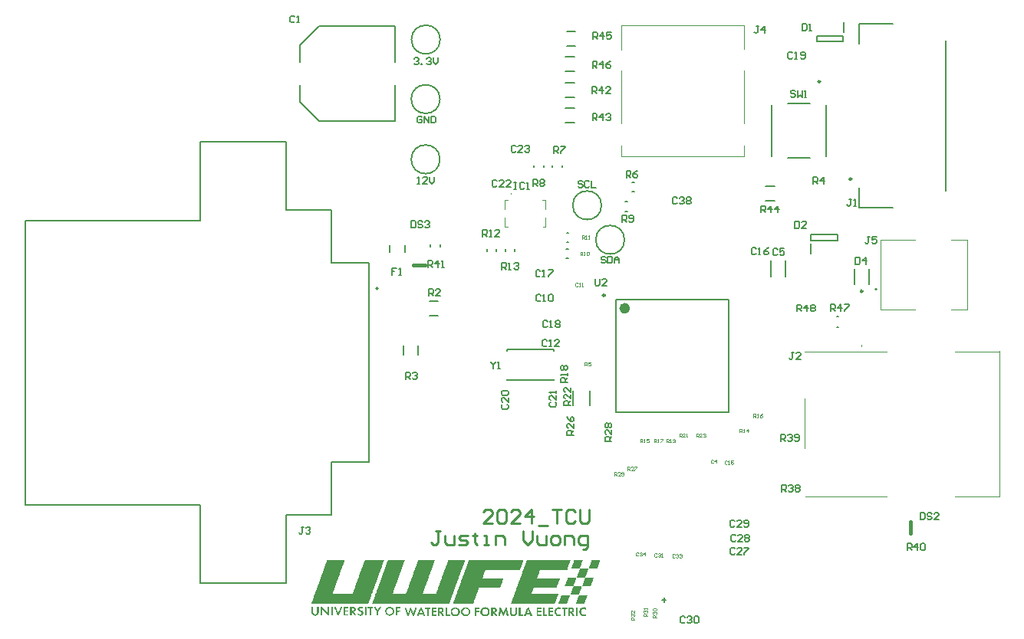
<source format=gto>
G04*
G04 #@! TF.GenerationSoftware,Altium Limited,Altium Designer,23.5.1 (21)*
G04*
G04 Layer_Color=65535*
%FSLAX25Y25*%
%MOIN*%
G70*
G04*
G04 #@! TF.SameCoordinates,80D67788-F2EE-4A8B-BDA7-D5AA6EA99E9C*
G04*
G04*
G04 #@! TF.FilePolarity,Positive*
G04*
G01*
G75*
%ADD10C,0.00984*%
%ADD11C,0.02362*%
%ADD12C,0.00787*%
%ADD13C,0.00394*%
%ADD14C,0.01575*%
%ADD15C,0.00300*%
%ADD16C,0.00591*%
%ADD17C,0.01000*%
G36*
X251609Y260670D02*
X251481D01*
Y260286D01*
X251353D01*
Y260029D01*
X251224D01*
Y259644D01*
X251096D01*
Y259260D01*
X250968D01*
Y258875D01*
X250840D01*
Y258618D01*
X250711D01*
Y258234D01*
X250583D01*
Y257849D01*
X250455D01*
Y257464D01*
X246736D01*
Y257849D01*
X246864D01*
Y258234D01*
X246992D01*
Y258490D01*
X247120D01*
Y258875D01*
X247249D01*
Y259260D01*
X247377D01*
Y259644D01*
X247505D01*
Y260029D01*
X247633D01*
Y260286D01*
X247762D01*
Y260670D01*
X247890D01*
Y261055D01*
X248018D01*
Y261183D01*
X251609D01*
Y260670D01*
D02*
G37*
G36*
X244042D02*
X243914D01*
Y260286D01*
X243786D01*
Y260029D01*
X243658D01*
Y259644D01*
X243530D01*
Y259260D01*
X243401D01*
Y258875D01*
X243273D01*
Y258618D01*
X243145D01*
Y258234D01*
X243017D01*
Y257849D01*
X242888D01*
Y257593D01*
X242760D01*
Y257464D01*
X239169D01*
Y257849D01*
X239297D01*
Y258234D01*
X239426D01*
Y258618D01*
X239554D01*
Y258875D01*
X239682D01*
Y259260D01*
X239810D01*
Y259644D01*
X239939D01*
Y259901D01*
X240067D01*
Y260286D01*
X240195D01*
Y260670D01*
X240323D01*
Y261055D01*
X240452D01*
Y261183D01*
X244042D01*
Y260670D01*
D02*
G37*
G36*
X246479Y256951D02*
X246351D01*
Y256567D01*
X246223D01*
Y256310D01*
X246094D01*
Y255925D01*
X245966D01*
Y255540D01*
X245838D01*
Y255284D01*
X245710D01*
Y254899D01*
X245582D01*
Y254515D01*
X245453D01*
Y254130D01*
X245325D01*
Y253873D01*
X245197D01*
Y253617D01*
X245325D01*
Y253489D01*
X248659D01*
Y253617D01*
X248788D01*
Y253489D01*
X248916D01*
Y253360D01*
X248788D01*
Y252976D01*
X248659D01*
Y252591D01*
X248531D01*
Y252206D01*
X248403D01*
Y251950D01*
X248275D01*
Y251565D01*
X248146D01*
Y251180D01*
X248018D01*
Y250795D01*
X247890D01*
Y250411D01*
X247762D01*
Y250154D01*
X247633D01*
Y249898D01*
X247505D01*
Y249769D01*
X243914D01*
Y250154D01*
X244042D01*
Y250411D01*
X244171D01*
Y250795D01*
X244299D01*
Y251180D01*
X244427D01*
Y251565D01*
X244555D01*
Y251821D01*
X244684D01*
Y252206D01*
X244812D01*
Y252591D01*
X244940D01*
Y252976D01*
X245069D01*
Y253232D01*
X245197D01*
Y253617D01*
X241478D01*
Y253745D01*
X241606D01*
Y254130D01*
X241734D01*
Y254515D01*
X241862D01*
Y254899D01*
X241991D01*
Y255156D01*
X242119D01*
Y255540D01*
X242247D01*
Y255925D01*
X242375D01*
Y256310D01*
X242504D01*
Y256567D01*
X242632D01*
Y256951D01*
X242760D01*
Y257336D01*
X246479D01*
Y256951D01*
D02*
G37*
G36*
X193001Y261055D02*
X192873D01*
Y260670D01*
X192744D01*
Y260286D01*
X192616D01*
Y259901D01*
X192488D01*
Y259644D01*
X192359D01*
Y259260D01*
X192231D01*
Y258875D01*
X192103D01*
Y258490D01*
X191975D01*
Y258234D01*
X191847D01*
Y257849D01*
X191718D01*
Y257464D01*
X191590D01*
Y257080D01*
X191462D01*
Y256823D01*
X191333D01*
Y256438D01*
X191205D01*
Y256053D01*
X191077D01*
Y255669D01*
X190949D01*
Y255412D01*
X190821D01*
Y255028D01*
X190692D01*
Y254643D01*
X190564D01*
Y254258D01*
X190436D01*
Y254002D01*
X190307D01*
Y253617D01*
X190179D01*
Y253232D01*
X190051D01*
Y252847D01*
X189923D01*
Y252591D01*
X189795D01*
Y252206D01*
X189666D01*
Y251821D01*
X189538D01*
Y251437D01*
X189410D01*
Y251180D01*
X189282D01*
Y250795D01*
X189153D01*
Y250411D01*
X189025D01*
Y250026D01*
X188897D01*
Y249769D01*
X188769D01*
Y249385D01*
X188640D01*
Y249000D01*
X188512D01*
Y248615D01*
X188384D01*
Y248359D01*
X188256D01*
Y247974D01*
X188127D01*
Y247589D01*
X187999D01*
Y247205D01*
X187871D01*
Y246820D01*
X187743D01*
Y246563D01*
X187614D01*
Y246179D01*
X187486D01*
Y245794D01*
X187358D01*
Y245537D01*
X187230D01*
Y245153D01*
X187101D01*
Y244768D01*
X186973D01*
Y244383D01*
X186845D01*
Y244127D01*
X186717D01*
Y243742D01*
X186588D01*
Y243357D01*
X186460D01*
Y242972D01*
X186332D01*
Y242716D01*
X186204D01*
Y242331D01*
X186075D01*
Y242203D01*
X152603D01*
Y242460D01*
X152732D01*
Y242716D01*
X152860D01*
Y243101D01*
X152988D01*
Y243485D01*
X153116D01*
Y243742D01*
X153244D01*
Y244127D01*
X153373D01*
Y244511D01*
X153501D01*
Y244896D01*
X153629D01*
Y245281D01*
X153758D01*
Y245537D01*
X153886D01*
Y245922D01*
X154014D01*
Y246307D01*
X154142D01*
Y246692D01*
X154271D01*
Y246948D01*
X154399D01*
Y247333D01*
X154527D01*
Y247717D01*
X154655D01*
Y247974D01*
X154783D01*
Y248359D01*
X154912D01*
Y248744D01*
X155040D01*
Y249128D01*
X155168D01*
Y249513D01*
X155296D01*
Y249769D01*
X155425D01*
Y250154D01*
X155553D01*
Y250539D01*
X155681D01*
Y250795D01*
X155809D01*
Y251180D01*
X155938D01*
Y251565D01*
X156066D01*
Y251950D01*
X156194D01*
Y252334D01*
X156322D01*
Y252591D01*
X156451D01*
Y252976D01*
X156579D01*
Y253360D01*
X156707D01*
Y253745D01*
X156835D01*
Y254002D01*
X156964D01*
Y254386D01*
X157092D01*
Y254771D01*
X157220D01*
Y255156D01*
X157348D01*
Y255412D01*
X157477D01*
Y255797D01*
X157605D01*
Y256182D01*
X157733D01*
Y256567D01*
X157861D01*
Y256823D01*
X157990D01*
Y257208D01*
X158118D01*
Y257593D01*
X158246D01*
Y257977D01*
X158374D01*
Y258234D01*
X158503D01*
Y258618D01*
X158631D01*
Y259003D01*
X158759D01*
Y259388D01*
X158887D01*
Y259644D01*
X159016D01*
Y260029D01*
X159144D01*
Y260414D01*
X159272D01*
Y260799D01*
X159400D01*
Y261055D01*
X159529D01*
Y261183D01*
X166710D01*
Y260670D01*
X166582D01*
Y260286D01*
X166454D01*
Y260029D01*
X166326D01*
Y259644D01*
X166197D01*
Y259260D01*
X166069D01*
Y259003D01*
X165941D01*
Y258618D01*
X165813D01*
Y258234D01*
X165684D01*
Y257849D01*
X165556D01*
Y257593D01*
X165428D01*
Y257208D01*
X165300D01*
Y256823D01*
X165171D01*
Y256438D01*
X165043D01*
Y256053D01*
X164915D01*
Y255797D01*
X164787D01*
Y255412D01*
X164658D01*
Y255028D01*
X164530D01*
Y254643D01*
X164402D01*
Y254386D01*
X164274D01*
Y254002D01*
X164145D01*
Y253617D01*
X164017D01*
Y253232D01*
X163889D01*
Y252976D01*
X163761D01*
Y252591D01*
X163632D01*
Y252206D01*
X163504D01*
Y251821D01*
X163376D01*
Y251565D01*
X163248D01*
Y251180D01*
X163119D01*
Y250795D01*
X162991D01*
Y250411D01*
X162863D01*
Y250154D01*
X162735D01*
Y249769D01*
X162606D01*
Y249385D01*
X162478D01*
Y249000D01*
X162350D01*
Y248744D01*
X162222D01*
Y248359D01*
X162093D01*
Y247974D01*
X161965D01*
Y247589D01*
X161837D01*
Y247205D01*
X161709D01*
Y246948D01*
X161581D01*
Y246563D01*
X167351D01*
Y246820D01*
X167480D01*
Y247205D01*
X167608D01*
Y247461D01*
X167736D01*
Y247846D01*
X167865D01*
Y248231D01*
X167993D01*
Y248615D01*
X168121D01*
Y249000D01*
X168249D01*
Y249256D01*
X168377D01*
Y249641D01*
X168506D01*
Y250026D01*
X168634D01*
Y250411D01*
X168762D01*
Y250667D01*
X168891D01*
Y251052D01*
X169019D01*
Y251437D01*
X169147D01*
Y251821D01*
X169275D01*
Y252078D01*
X169404D01*
Y252463D01*
X169532D01*
Y252847D01*
X169660D01*
Y253232D01*
X169788D01*
Y253489D01*
X169916D01*
Y253873D01*
X170045D01*
Y254258D01*
X170173D01*
Y254643D01*
X170301D01*
Y254899D01*
X170429D01*
Y255284D01*
X170558D01*
Y255669D01*
X170686D01*
Y256053D01*
X170814D01*
Y256310D01*
X170942D01*
Y256695D01*
X171071D01*
Y257080D01*
X171199D01*
Y257464D01*
X171327D01*
Y257721D01*
X171455D01*
Y258105D01*
X171584D01*
Y258490D01*
X171712D01*
Y258875D01*
X171840D01*
Y259131D01*
X171968D01*
Y259516D01*
X172097D01*
Y259901D01*
X172225D01*
Y260286D01*
X172353D01*
Y260542D01*
X172481D01*
Y260927D01*
X172610D01*
Y261183D01*
X179791D01*
Y260670D01*
X179663D01*
Y260286D01*
X179535D01*
Y260029D01*
X179407D01*
Y259644D01*
X179278D01*
Y259260D01*
X179150D01*
Y258875D01*
X179022D01*
Y258618D01*
X178894D01*
Y258234D01*
X178765D01*
Y257849D01*
X178637D01*
Y257464D01*
X178509D01*
Y257208D01*
X178381D01*
Y256823D01*
X178252D01*
Y256438D01*
X178124D01*
Y256053D01*
X177996D01*
Y255797D01*
X177868D01*
Y255412D01*
X177740D01*
Y255028D01*
X177611D01*
Y254771D01*
X177483D01*
Y254386D01*
X177355D01*
Y254002D01*
X177226D01*
Y253617D01*
X177098D01*
Y253232D01*
X176970D01*
Y252976D01*
X176842D01*
Y252591D01*
X176714D01*
Y252206D01*
X176585D01*
Y251821D01*
X176457D01*
Y251437D01*
X176329D01*
Y251180D01*
X176200D01*
Y250795D01*
X176072D01*
Y250411D01*
X175944D01*
Y250026D01*
X175816D01*
Y249769D01*
X175688D01*
Y249385D01*
X175559D01*
Y249000D01*
X175431D01*
Y248744D01*
X175303D01*
Y248359D01*
X175174D01*
Y247974D01*
X175046D01*
Y247717D01*
X174918D01*
Y247333D01*
X174790D01*
Y246948D01*
X174662D01*
Y246563D01*
X180433D01*
Y246820D01*
X180561D01*
Y247205D01*
X180689D01*
Y247589D01*
X180817D01*
Y247974D01*
X180946D01*
Y248231D01*
X181074D01*
Y248615D01*
X181202D01*
Y249000D01*
X181330D01*
Y249385D01*
X181459D01*
Y249641D01*
X181587D01*
Y250026D01*
X181715D01*
Y250411D01*
X181843D01*
Y250795D01*
X181972D01*
Y251052D01*
X182100D01*
Y251437D01*
X182228D01*
Y251821D01*
X182356D01*
Y252206D01*
X182484D01*
Y252463D01*
X182613D01*
Y252847D01*
X182741D01*
Y253232D01*
X182869D01*
Y253617D01*
X182998D01*
Y254002D01*
X183126D01*
Y254258D01*
X183254D01*
Y254643D01*
X183382D01*
Y255028D01*
X183510D01*
Y255412D01*
X183639D01*
Y255669D01*
X183767D01*
Y256053D01*
X183895D01*
Y256438D01*
X184023D01*
Y256695D01*
X184152D01*
Y257080D01*
X184280D01*
Y257464D01*
X184408D01*
Y257849D01*
X184537D01*
Y258234D01*
X184665D01*
Y258490D01*
X184793D01*
Y258875D01*
X184921D01*
Y259260D01*
X185049D01*
Y259644D01*
X185178D01*
Y259901D01*
X185306D01*
Y260286D01*
X185434D01*
Y260670D01*
X185562D01*
Y261055D01*
X185691D01*
Y261183D01*
X193001D01*
Y261055D01*
D02*
G37*
G36*
X157733Y260670D02*
X157605D01*
Y260414D01*
X157477D01*
Y260029D01*
X157348D01*
Y259644D01*
X157220D01*
Y259388D01*
X157092D01*
Y259003D01*
X156964D01*
Y258618D01*
X156835D01*
Y258234D01*
X156707D01*
Y257849D01*
X156579D01*
Y257593D01*
X156451D01*
Y257208D01*
X156322D01*
Y256823D01*
X156194D01*
Y256438D01*
X156066D01*
Y256182D01*
X155938D01*
Y255797D01*
X155809D01*
Y255412D01*
X155681D01*
Y255028D01*
X155553D01*
Y254771D01*
X155425D01*
Y254386D01*
X155296D01*
Y254002D01*
X155168D01*
Y253617D01*
X155040D01*
Y253360D01*
X154912D01*
Y252976D01*
X154783D01*
Y252591D01*
X154655D01*
Y252206D01*
X154527D01*
Y251950D01*
X154399D01*
Y251565D01*
X154271D01*
Y251180D01*
X154142D01*
Y250795D01*
X154014D01*
Y250539D01*
X153886D01*
Y250154D01*
X153758D01*
Y249769D01*
X153629D01*
Y249385D01*
X153501D01*
Y249128D01*
X153373D01*
Y248744D01*
X153244D01*
Y248359D01*
X153116D01*
Y247974D01*
X152988D01*
Y247717D01*
X152860D01*
Y247333D01*
X152732D01*
Y246948D01*
X152603D01*
Y246563D01*
X152475D01*
Y246307D01*
X152347D01*
Y245922D01*
X152218D01*
Y245537D01*
X152090D01*
Y245153D01*
X151962D01*
Y244896D01*
X151834D01*
Y244511D01*
X151706D01*
Y244127D01*
X151577D01*
Y243742D01*
X151449D01*
Y243485D01*
X151321D01*
Y243101D01*
X151193D01*
Y242716D01*
X151064D01*
Y242331D01*
X150936D01*
Y242203D01*
X126185D01*
Y242331D01*
X126313D01*
Y242716D01*
X126441D01*
Y243101D01*
X126569D01*
Y243485D01*
X126698D01*
Y243742D01*
X126826D01*
Y244127D01*
X126954D01*
Y244511D01*
X127082D01*
Y244896D01*
X127211D01*
Y245281D01*
X127339D01*
Y245666D01*
X127467D01*
Y245922D01*
X127595D01*
Y246307D01*
X127724D01*
Y246692D01*
X127852D01*
Y247076D01*
X127980D01*
Y247461D01*
X128108D01*
Y247717D01*
X128237D01*
Y248102D01*
X128365D01*
Y248487D01*
X128493D01*
Y248744D01*
X128621D01*
Y249128D01*
X128750D01*
Y249513D01*
X128878D01*
Y249898D01*
X129006D01*
Y250283D01*
X129134D01*
Y250539D01*
X129262D01*
Y250924D01*
X129391D01*
Y251308D01*
X129519D01*
Y251693D01*
X129647D01*
Y251950D01*
X129776D01*
Y252334D01*
X129904D01*
Y252719D01*
X130032D01*
Y253104D01*
X130160D01*
Y253360D01*
X130289D01*
Y253745D01*
X130417D01*
Y254130D01*
X130545D01*
Y254515D01*
X130673D01*
Y254771D01*
X130801D01*
Y255156D01*
X130930D01*
Y255540D01*
X131058D01*
Y255925D01*
X131186D01*
Y256182D01*
X131315D01*
Y256567D01*
X131443D01*
Y256951D01*
X131571D01*
Y257336D01*
X131699D01*
Y257593D01*
X131827D01*
Y257977D01*
X131956D01*
Y258362D01*
X132084D01*
Y258747D01*
X132212D01*
Y259003D01*
X132340D01*
Y259388D01*
X132469D01*
Y259773D01*
X132597D01*
Y260157D01*
X132725D01*
Y260414D01*
X132853D01*
Y260799D01*
X132982D01*
Y261055D01*
X133110D01*
Y261183D01*
X140676D01*
Y260927D01*
X140548D01*
Y260542D01*
X140420D01*
Y260157D01*
X140292D01*
Y259901D01*
X140163D01*
Y259516D01*
X140035D01*
Y259131D01*
X139907D01*
Y258747D01*
X139779D01*
Y258490D01*
X139650D01*
Y258105D01*
X139522D01*
Y257721D01*
X139394D01*
Y257336D01*
X139266D01*
Y257080D01*
X139137D01*
Y256695D01*
X139009D01*
Y256310D01*
X138881D01*
Y255925D01*
X138753D01*
Y255669D01*
X138625D01*
Y255284D01*
X138496D01*
Y254899D01*
X138368D01*
Y254515D01*
X138240D01*
Y254258D01*
X138111D01*
Y253873D01*
X137983D01*
Y253489D01*
X137855D01*
Y253104D01*
X137727D01*
Y252847D01*
X137599D01*
Y252463D01*
X137470D01*
Y252078D01*
X137342D01*
Y251693D01*
X137214D01*
Y251437D01*
X137085D01*
Y251308D01*
Y251052D01*
X136957D01*
Y250667D01*
X136829D01*
Y250283D01*
X136701D01*
Y250026D01*
X136573D01*
Y249641D01*
X136444D01*
Y249256D01*
X136316D01*
Y248872D01*
X136188D01*
Y248487D01*
X136060D01*
Y248231D01*
X135931D01*
Y247846D01*
X135803D01*
Y247461D01*
X135675D01*
Y247076D01*
X135547D01*
Y246820D01*
X135418D01*
Y246563D01*
X144139D01*
Y246820D01*
X144267D01*
Y247205D01*
X144396D01*
Y247589D01*
X144524D01*
Y247846D01*
X144652D01*
Y248231D01*
X144780D01*
Y248615D01*
X144908D01*
Y248872D01*
X145037D01*
Y249256D01*
X145165D01*
Y249641D01*
X145293D01*
Y250026D01*
X145422D01*
Y250411D01*
X145550D01*
Y250667D01*
X145678D01*
Y251052D01*
X145806D01*
Y251437D01*
X145934D01*
Y251821D01*
X146063D01*
Y252078D01*
X146191D01*
Y252463D01*
X146319D01*
Y252847D01*
X146448D01*
Y253232D01*
X146576D01*
Y253489D01*
X146704D01*
Y253873D01*
X146832D01*
Y254258D01*
X146960D01*
Y254643D01*
X147089D01*
Y254899D01*
X147217D01*
Y255284D01*
X147345D01*
Y255669D01*
X147473D01*
Y255925D01*
X147602D01*
Y256310D01*
X147730D01*
Y256695D01*
X147858D01*
Y257080D01*
X147986D01*
Y257464D01*
X148115D01*
Y257721D01*
X148243D01*
Y258105D01*
X148371D01*
Y258490D01*
X148499D01*
Y258875D01*
X148628D01*
Y259131D01*
X148756D01*
Y259516D01*
X148884D01*
Y259901D01*
X149012D01*
Y260286D01*
X149141D01*
Y260542D01*
X149269D01*
Y260927D01*
X149397D01*
Y261183D01*
X157733D01*
Y260670D01*
D02*
G37*
G36*
X237887Y253489D02*
X241349D01*
Y253360D01*
X241221D01*
Y252976D01*
X241093D01*
Y252591D01*
X240965D01*
Y252334D01*
X240836D01*
Y251950D01*
X240708D01*
Y251565D01*
X240580D01*
Y251180D01*
X240452D01*
Y250795D01*
X240323D01*
Y250411D01*
X240195D01*
Y250154D01*
X240067D01*
Y249769D01*
X243786D01*
Y249641D01*
X243658D01*
Y249256D01*
X243530D01*
Y248872D01*
X243401D01*
Y248487D01*
X243273D01*
Y248231D01*
X243145D01*
Y247846D01*
X243017D01*
Y247461D01*
X242888D01*
Y247076D01*
X242760D01*
Y246820D01*
X242632D01*
Y246435D01*
X242504D01*
Y246050D01*
X238784D01*
Y246435D01*
X238913D01*
Y246820D01*
X239041D01*
Y247076D01*
X239169D01*
Y247461D01*
X239297D01*
Y247846D01*
X239426D01*
Y248102D01*
X239554D01*
Y248487D01*
X239682D01*
Y248872D01*
X239810D01*
Y249256D01*
X239939D01*
Y249513D01*
X240067D01*
Y249769D01*
X236348D01*
Y250154D01*
X236476D01*
Y250411D01*
X236604D01*
Y250795D01*
X236733D01*
Y251180D01*
X236861D01*
Y251565D01*
X236989D01*
Y251950D01*
X237117D01*
Y252206D01*
X237245D01*
Y252591D01*
X237374D01*
Y252976D01*
X237502D01*
Y253232D01*
X237630D01*
Y253489D01*
X237758D01*
Y253617D01*
X237887D01*
Y253489D01*
D02*
G37*
G36*
X246094Y245537D02*
X245966D01*
Y245153D01*
X245838D01*
Y244768D01*
X245710D01*
Y244511D01*
X245582D01*
Y244127D01*
X245453D01*
Y243742D01*
X245325D01*
Y243357D01*
X245197D01*
Y242972D01*
X245069D01*
Y242716D01*
X244940D01*
Y242331D01*
X244812D01*
Y242203D01*
X241093D01*
Y242331D01*
X241221D01*
Y242716D01*
X241349D01*
Y242972D01*
X241478D01*
Y243357D01*
X241606D01*
Y243742D01*
X241734D01*
Y243998D01*
X241862D01*
Y244383D01*
X241991D01*
Y244768D01*
X242119D01*
Y245153D01*
X242247D01*
Y245537D01*
X242375D01*
Y245794D01*
X242504D01*
Y245922D01*
X246094D01*
Y245537D01*
D02*
G37*
G36*
X238528D02*
X238400D01*
Y245153D01*
X238271D01*
Y244768D01*
X238143D01*
Y244511D01*
X238015D01*
Y244127D01*
X237887D01*
Y243742D01*
X237758D01*
Y243357D01*
X237630D01*
Y243101D01*
X237502D01*
Y242716D01*
X237374D01*
Y242588D01*
Y242331D01*
X237245D01*
Y242203D01*
X233526D01*
Y242331D01*
X233655D01*
Y242716D01*
X233783D01*
Y242972D01*
X233911D01*
Y243357D01*
X234039D01*
Y243742D01*
X234168D01*
Y243998D01*
X234296D01*
Y244383D01*
X234424D01*
Y244768D01*
X234552D01*
Y245153D01*
X234681D01*
Y245537D01*
X234809D01*
Y245794D01*
X234937D01*
Y245922D01*
X238528D01*
Y245537D01*
D02*
G37*
G36*
X238784Y260799D02*
X238656D01*
Y260414D01*
X238528D01*
Y260029D01*
X238400D01*
Y259644D01*
X238271D01*
Y259388D01*
X238143D01*
Y259003D01*
X238015D01*
Y258618D01*
X237887D01*
Y258362D01*
X237758D01*
Y257977D01*
X237630D01*
Y257593D01*
X237502D01*
Y257336D01*
X237374D01*
Y256951D01*
X237245D01*
Y256823D01*
X225575D01*
Y256695D01*
X225447D01*
Y256310D01*
X225319D01*
Y255925D01*
X225190D01*
Y255669D01*
X225062D01*
Y255284D01*
X224934D01*
Y254899D01*
X224806D01*
Y254515D01*
X224677D01*
Y254258D01*
X224549D01*
Y253873D01*
X224421D01*
Y253489D01*
X224293D01*
Y252976D01*
X234039D01*
Y252591D01*
X233911D01*
Y252206D01*
X233783D01*
Y251950D01*
X233655D01*
Y251565D01*
X233526D01*
Y251180D01*
X233398D01*
Y250924D01*
X233270D01*
Y250539D01*
X233142D01*
Y250154D01*
X233013D01*
Y249769D01*
X232885D01*
Y249385D01*
X232757D01*
Y249256D01*
X232629D01*
Y249128D01*
X222754D01*
Y248872D01*
X222625D01*
Y248615D01*
X222497D01*
Y248231D01*
X222369D01*
Y247846D01*
X222241D01*
Y247461D01*
X222112D01*
Y247205D01*
X221984D01*
Y246820D01*
X221856D01*
Y246563D01*
X233526D01*
Y246307D01*
X233398D01*
Y245922D01*
X233270D01*
Y245537D01*
X233142D01*
Y245153D01*
X233013D01*
Y244768D01*
X232885D01*
Y244511D01*
X232757D01*
Y244127D01*
X232629D01*
Y243742D01*
X232500D01*
Y243357D01*
X232372D01*
Y243101D01*
X232244D01*
Y242716D01*
X232116D01*
Y242331D01*
X231987D01*
Y242203D01*
X213007D01*
Y242588D01*
X213135D01*
Y242972D01*
X213264D01*
Y243357D01*
X213392D01*
Y243614D01*
X213520D01*
Y243998D01*
X213648D01*
Y244383D01*
X213776D01*
Y244768D01*
X213905D01*
Y245153D01*
X214033D01*
Y245409D01*
X214161D01*
Y245794D01*
X214289D01*
Y246179D01*
X214418D01*
Y246563D01*
X214546D01*
Y246820D01*
X214674D01*
Y247205D01*
X214803D01*
Y247589D01*
X214931D01*
Y247846D01*
X215059D01*
Y248231D01*
X215187D01*
Y248615D01*
X215316D01*
Y249000D01*
X215444D01*
Y249385D01*
X215572D01*
Y249641D01*
X215700D01*
Y250026D01*
X215828D01*
Y250411D01*
X215957D01*
Y250795D01*
X216085D01*
Y251052D01*
X216213D01*
Y251437D01*
X216341D01*
Y251821D01*
X216470D01*
Y252206D01*
X216598D01*
Y252463D01*
X216726D01*
Y252847D01*
X216854D01*
Y253232D01*
X216983D01*
Y253617D01*
X217111D01*
Y253873D01*
X217239D01*
Y254258D01*
X217367D01*
Y254643D01*
X217496D01*
Y255028D01*
X217624D01*
Y255284D01*
X217752D01*
Y255669D01*
X217880D01*
Y256053D01*
X218009D01*
Y256438D01*
X218137D01*
Y256823D01*
X218265D01*
Y257080D01*
X218393D01*
Y257464D01*
X218522D01*
Y257849D01*
X218650D01*
Y258105D01*
X218778D01*
Y258490D01*
X218906D01*
Y258875D01*
X219035D01*
Y259260D01*
X219163D01*
Y259644D01*
X219291D01*
Y259901D01*
X219419D01*
Y260286D01*
X219548D01*
Y260670D01*
X219676D01*
Y260927D01*
X219804D01*
Y261183D01*
X238784D01*
Y260799D01*
D02*
G37*
G36*
X218393Y261055D02*
X218265D01*
Y260670D01*
X218137D01*
Y260286D01*
X218009D01*
Y259901D01*
X217880D01*
Y259516D01*
X217752D01*
Y259131D01*
X217624D01*
Y258875D01*
X217496D01*
Y258490D01*
X217367D01*
Y258105D01*
X217239D01*
Y257721D01*
X217111D01*
Y257464D01*
X216983D01*
Y257080D01*
X216854D01*
Y256823D01*
X201850D01*
Y256695D01*
X201721D01*
Y256438D01*
X201593D01*
Y256053D01*
X201465D01*
Y255797D01*
X201337D01*
Y255412D01*
X201208D01*
Y255028D01*
X201080D01*
Y254643D01*
X200952D01*
Y254258D01*
X200824D01*
Y254002D01*
X200695D01*
Y253617D01*
X200567D01*
Y253232D01*
X200439D01*
Y252976D01*
X209544D01*
Y252591D01*
X209416D01*
Y252334D01*
X209288D01*
Y251950D01*
X209160D01*
Y251565D01*
X209031D01*
Y251180D01*
X208903D01*
Y250924D01*
X208775D01*
Y250539D01*
X208647D01*
Y250154D01*
X208518D01*
Y249769D01*
X208390D01*
Y249513D01*
X208262D01*
Y249256D01*
X208134D01*
Y249128D01*
X199028D01*
Y249000D01*
X198900D01*
Y248615D01*
X198772D01*
Y248231D01*
X198644D01*
Y247846D01*
X198515D01*
Y247589D01*
X198387D01*
Y247205D01*
X198259D01*
Y246820D01*
X198131D01*
Y246563D01*
X198002D01*
Y246179D01*
X197874D01*
Y245794D01*
X197746D01*
Y245409D01*
X197618D01*
Y245153D01*
X197489D01*
Y244768D01*
X197361D01*
Y244383D01*
X197233D01*
Y243998D01*
X197105D01*
Y243742D01*
X196976D01*
Y243357D01*
X196848D01*
Y242972D01*
X196720D01*
Y242588D01*
X196592D01*
Y242331D01*
X196463D01*
Y242203D01*
X187743D01*
Y242331D01*
X187871D01*
Y242716D01*
X187999D01*
Y243101D01*
X188127D01*
Y243485D01*
X188256D01*
Y243870D01*
X188384D01*
Y244127D01*
X188512D01*
Y244511D01*
X188640D01*
Y244896D01*
X188769D01*
Y245281D01*
X188897D01*
Y245537D01*
X189025D01*
Y245922D01*
X189153D01*
Y246307D01*
X189282D01*
Y246563D01*
X189410D01*
Y246948D01*
X189538D01*
Y247333D01*
X189666D01*
Y247717D01*
X189795D01*
Y248102D01*
X189923D01*
Y248359D01*
X190051D01*
Y248744D01*
X190179D01*
Y249128D01*
X190307D01*
Y249513D01*
X190436D01*
Y249769D01*
X190564D01*
Y250154D01*
X190692D01*
Y250539D01*
X190821D01*
Y250924D01*
X190949D01*
Y251180D01*
X191077D01*
Y251565D01*
X191205D01*
Y251950D01*
X191333D01*
Y252334D01*
X191462D01*
Y252591D01*
X191590D01*
Y252976D01*
X191718D01*
Y253360D01*
X191847D01*
Y253745D01*
X191975D01*
Y254002D01*
X192103D01*
Y254386D01*
X192231D01*
Y254771D01*
X192359D01*
Y255156D01*
X192488D01*
Y255540D01*
X192616D01*
Y255797D01*
X192744D01*
Y256182D01*
X192873D01*
Y256567D01*
X193001D01*
Y256823D01*
X193129D01*
Y257208D01*
X193257D01*
Y257593D01*
X193385D01*
Y257977D01*
X193514D01*
Y258362D01*
X193642D01*
Y258618D01*
X193770D01*
Y259003D01*
X193898D01*
Y259388D01*
X194027D01*
Y259773D01*
X194155D01*
Y260029D01*
X194283D01*
Y260414D01*
X194411D01*
Y260799D01*
X194540D01*
Y261055D01*
X194668D01*
Y261183D01*
X218393D01*
Y261055D01*
D02*
G37*
G36*
X148115Y240664D02*
X148371D01*
Y240536D01*
X148499D01*
Y240151D01*
X148371D01*
Y240023D01*
X148115D01*
Y240151D01*
X147858D01*
Y240279D01*
X147345D01*
Y240151D01*
X147089D01*
Y239510D01*
X147217D01*
Y239382D01*
X147602D01*
Y239253D01*
X147986D01*
Y239125D01*
X148243D01*
Y238997D01*
X148371D01*
Y238869D01*
X148499D01*
Y238740D01*
X148628D01*
Y238484D01*
X148756D01*
Y237843D01*
X148628D01*
Y237586D01*
X148499D01*
Y237458D01*
X148371D01*
Y237201D01*
X148115D01*
Y237073D01*
X147730D01*
Y236945D01*
X147089D01*
Y237073D01*
X146704D01*
Y237201D01*
X146576D01*
Y237330D01*
X146319D01*
Y237458D01*
X146191D01*
Y237714D01*
X146319D01*
Y237843D01*
X146448D01*
Y237971D01*
X146704D01*
Y237843D01*
X146832D01*
Y237714D01*
X146960D01*
Y237586D01*
X147730D01*
Y237714D01*
X147858D01*
Y237843D01*
X147986D01*
Y238227D01*
Y238356D01*
X147858D01*
Y238484D01*
X147730D01*
Y238612D01*
X147473D01*
Y238740D01*
X147089D01*
Y238869D01*
X146832D01*
Y238997D01*
X146704D01*
Y239125D01*
X146448D01*
Y239382D01*
X146319D01*
Y240151D01*
X146448D01*
Y240407D01*
X146576D01*
Y240536D01*
X146832D01*
Y240664D01*
X147089D01*
Y240792D01*
X148115D01*
Y240664D01*
D02*
G37*
G36*
X244812Y240536D02*
X245325D01*
Y240407D01*
X245582D01*
Y239638D01*
X245325D01*
Y239766D01*
X245069D01*
Y239895D01*
X244171D01*
Y239766D01*
X243914D01*
Y239638D01*
X243786D01*
Y239510D01*
X243658D01*
Y239382D01*
X243530D01*
Y239125D01*
X243401D01*
Y238099D01*
X243530D01*
Y237971D01*
X243658D01*
Y237714D01*
X243786D01*
Y237586D01*
X244042D01*
Y237458D01*
X244427D01*
Y237330D01*
X244940D01*
Y237458D01*
X245197D01*
Y237586D01*
X245582D01*
Y236945D01*
X245453D01*
Y236817D01*
X245069D01*
Y236688D01*
X244171D01*
Y236817D01*
X243658D01*
Y236945D01*
X243530D01*
Y237073D01*
X243273D01*
Y237201D01*
X243145D01*
Y237330D01*
X243017D01*
Y237586D01*
X242888D01*
Y237714D01*
X242760D01*
Y238099D01*
X242632D01*
Y239253D01*
X242760D01*
Y239638D01*
X242888D01*
Y239766D01*
X243017D01*
Y240023D01*
X243145D01*
Y240151D01*
X243401D01*
Y240279D01*
X243530D01*
Y240407D01*
X243786D01*
Y240536D01*
X244427D01*
Y240664D01*
X244812D01*
Y240536D01*
D02*
G37*
G36*
X233911D02*
X234552D01*
Y240407D01*
X234681D01*
Y239638D01*
X234552D01*
Y239766D01*
X234296D01*
Y239895D01*
X233270D01*
Y239766D01*
X233013D01*
Y239510D01*
X232885D01*
Y239382D01*
X232757D01*
Y239125D01*
X232629D01*
Y238099D01*
X232757D01*
Y237843D01*
X232885D01*
Y237714D01*
X233013D01*
Y237586D01*
X233270D01*
Y237458D01*
X233655D01*
Y237330D01*
X234039D01*
Y237458D01*
X234424D01*
Y237586D01*
X234552D01*
Y237714D01*
X234681D01*
Y236817D01*
X234296D01*
Y236688D01*
X233270D01*
Y236817D01*
X232885D01*
Y236945D01*
X232629D01*
Y237073D01*
X232500D01*
Y237201D01*
X232372D01*
Y237330D01*
X232244D01*
Y237458D01*
X232116D01*
Y237714D01*
X231987D01*
Y237971D01*
X231859D01*
Y239382D01*
X231987D01*
Y239638D01*
X232116D01*
Y239766D01*
X232244D01*
Y240023D01*
X232372D01*
Y240151D01*
X232500D01*
Y240279D01*
X232757D01*
Y240407D01*
X233013D01*
Y240536D01*
X233655D01*
Y240664D01*
X233911D01*
Y240536D01*
D02*
G37*
G36*
X156579D02*
X156451D01*
Y240407D01*
X156322D01*
Y240151D01*
X156194D01*
Y240023D01*
X156066D01*
Y239766D01*
X155938D01*
Y239638D01*
X155809D01*
Y239382D01*
X155681D01*
Y239253D01*
X155553D01*
Y238997D01*
X155425D01*
Y238869D01*
X155296D01*
Y237073D01*
X154655D01*
Y238740D01*
X154527D01*
Y238997D01*
X154399D01*
Y239125D01*
X154271D01*
Y239382D01*
X154142D01*
Y239510D01*
X154014D01*
Y239766D01*
X153886D01*
Y239895D01*
X153758D01*
Y240151D01*
X153629D01*
Y240279D01*
X153501D01*
Y240536D01*
X153373D01*
Y240664D01*
X154142D01*
Y240536D01*
X154271D01*
Y240279D01*
X154399D01*
Y240151D01*
X154527D01*
Y239895D01*
X154655D01*
Y239766D01*
X154783D01*
Y239510D01*
X154912D01*
Y239382D01*
X155040D01*
Y239510D01*
X155168D01*
Y239766D01*
X155296D01*
Y240023D01*
X155425D01*
Y240151D01*
X155553D01*
Y240407D01*
X155681D01*
Y240536D01*
X155809D01*
Y240664D01*
X156579D01*
Y240536D01*
D02*
G37*
G36*
X164787D02*
X164915D01*
Y240151D01*
X163632D01*
Y239253D01*
X164787D01*
Y238740D01*
X164658D01*
Y238612D01*
X164402D01*
Y238740D01*
X164274D01*
Y238612D01*
X163889D01*
Y238740D01*
X163761D01*
Y238612D01*
X163632D01*
Y237073D01*
X162991D01*
Y238099D01*
Y238227D01*
Y240664D01*
X164787D01*
Y240536D01*
D02*
G37*
G36*
X139394Y240664D02*
X139522D01*
Y240536D01*
Y240279D01*
X139394D01*
Y240023D01*
X139266D01*
Y239766D01*
X139137D01*
Y239510D01*
X139009D01*
Y239125D01*
X138881D01*
Y238869D01*
X138753D01*
Y238612D01*
X138625D01*
Y238227D01*
X138496D01*
Y237971D01*
X138368D01*
Y237714D01*
X138240D01*
Y237458D01*
X138111D01*
Y237073D01*
X137599D01*
Y237330D01*
X137470D01*
Y237586D01*
X137342D01*
Y237843D01*
X137214D01*
Y238099D01*
X137085D01*
Y238484D01*
X136957D01*
Y238740D01*
X136829D01*
Y238997D01*
X136701D01*
Y239382D01*
X136573D01*
Y239638D01*
X136444D01*
Y239895D01*
X136316D01*
Y240151D01*
X136188D01*
Y240536D01*
X136060D01*
Y240792D01*
X136701D01*
Y240664D01*
X136829D01*
Y240407D01*
X136957D01*
Y240151D01*
X137085D01*
Y239895D01*
X137214D01*
Y239510D01*
X137342D01*
Y239253D01*
X137470D01*
Y238869D01*
X137599D01*
Y238612D01*
X137727D01*
Y238356D01*
X137983D01*
Y238740D01*
X138111D01*
Y238997D01*
X138240D01*
Y239253D01*
X138368D01*
Y239638D01*
X138496D01*
Y239895D01*
X138625D01*
Y240279D01*
X138753D01*
Y240536D01*
X138881D01*
Y240664D01*
X139009D01*
Y240792D01*
X139394D01*
Y240664D01*
D02*
G37*
G36*
X133879Y237073D02*
X133366D01*
Y237201D01*
X133238D01*
Y237330D01*
X133110D01*
Y237458D01*
X132982D01*
Y237586D01*
X132853D01*
Y237714D01*
X132725D01*
Y237843D01*
X132597D01*
Y237971D01*
X132469D01*
Y238099D01*
X132340D01*
Y238227D01*
X132212D01*
Y238356D01*
X132084D01*
Y238484D01*
X131956D01*
Y238612D01*
X131827D01*
Y238740D01*
X131699D01*
Y238869D01*
X131571D01*
Y239125D01*
X131443D01*
Y239253D01*
X131315D01*
Y239382D01*
X131186D01*
Y239510D01*
X131058D01*
Y239382D01*
X130930D01*
Y237714D01*
Y237586D01*
Y237073D01*
X130289D01*
Y240664D01*
X130417D01*
Y240792D01*
X130801D01*
Y240664D01*
X130930D01*
Y240536D01*
X131058D01*
Y240407D01*
X131186D01*
Y240279D01*
X131315D01*
Y240151D01*
X131443D01*
Y239895D01*
X131571D01*
Y239766D01*
X131699D01*
Y239638D01*
X131827D01*
Y239510D01*
X131956D01*
Y239382D01*
X132084D01*
Y239253D01*
X132212D01*
Y239125D01*
X132340D01*
Y238997D01*
X132469D01*
Y238869D01*
X132597D01*
Y238740D01*
X132725D01*
Y238612D01*
X132853D01*
Y238484D01*
X132982D01*
Y238356D01*
X133238D01*
Y238612D01*
X133110D01*
Y240407D01*
X133238D01*
Y240792D01*
X133879D01*
Y237073D01*
D02*
G37*
G36*
X211212Y240023D02*
X211340D01*
Y239253D01*
X211468D01*
Y238484D01*
X211596D01*
Y237714D01*
X211725D01*
Y237073D01*
X211853D01*
Y236817D01*
X211083D01*
Y237073D01*
X210955D01*
Y238099D01*
X210827D01*
Y238869D01*
X210570D01*
Y238612D01*
X210442D01*
Y238227D01*
X210314D01*
Y237971D01*
X210186D01*
Y237714D01*
X210057D01*
Y237330D01*
X209929D01*
Y237073D01*
X209801D01*
Y236817D01*
X209416D01*
Y237073D01*
X209288D01*
Y237330D01*
X209160D01*
Y237714D01*
X209031D01*
Y237843D01*
Y237971D01*
X208903D01*
Y238356D01*
X208775D01*
Y238612D01*
X208647D01*
Y238869D01*
X208518D01*
Y238740D01*
X208390D01*
Y237971D01*
X208262D01*
Y237201D01*
X208134D01*
Y236817D01*
X207364D01*
Y237073D01*
X207492D01*
Y237714D01*
X207621D01*
Y238356D01*
X207749D01*
Y239125D01*
X207877D01*
Y239766D01*
X208005D01*
Y240407D01*
X208134D01*
Y240536D01*
X208647D01*
Y240279D01*
X208775D01*
Y240023D01*
X208903D01*
Y239638D01*
X209031D01*
Y239382D01*
X209160D01*
Y239125D01*
X209288D01*
Y238740D01*
X209416D01*
Y238484D01*
X209544D01*
Y238227D01*
X209673D01*
Y238484D01*
X209801D01*
Y238740D01*
X209929D01*
Y238997D01*
X210057D01*
Y239253D01*
X210186D01*
Y239638D01*
X210314D01*
Y239895D01*
X210442D01*
Y240151D01*
X210570D01*
Y240536D01*
X211212D01*
Y240023D01*
D02*
G37*
G36*
X172097Y240407D02*
X171968D01*
Y240023D01*
X171840D01*
Y239638D01*
X171712D01*
Y239382D01*
X171584D01*
Y238997D01*
X171455D01*
Y238612D01*
X171327D01*
Y238356D01*
X171199D01*
Y237971D01*
X171071D01*
Y237586D01*
X170942D01*
Y237330D01*
X170814D01*
Y236945D01*
X170686D01*
Y236817D01*
X170173D01*
Y237073D01*
X170045D01*
Y237458D01*
X169916D01*
Y237843D01*
X169788D01*
Y238099D01*
X169660D01*
Y238612D01*
X169532D01*
Y238869D01*
X169404D01*
Y239125D01*
X169275D01*
Y238869D01*
X169147D01*
Y238612D01*
X169019D01*
Y238227D01*
X168891D01*
Y237843D01*
X168762D01*
Y237458D01*
X168634D01*
Y237201D01*
X168506D01*
Y236945D01*
Y236817D01*
X167865D01*
Y237201D01*
X167736D01*
Y237586D01*
X167608D01*
Y237971D01*
X167480D01*
Y238356D01*
X167351D01*
Y238612D01*
X167223D01*
Y238997D01*
X167095D01*
Y239382D01*
X166967D01*
Y239766D01*
X166839D01*
Y240151D01*
X166710D01*
Y240536D01*
X167351D01*
Y240279D01*
X167480D01*
Y239895D01*
X167608D01*
Y239510D01*
X167736D01*
Y239125D01*
X167865D01*
Y238740D01*
X167993D01*
Y238356D01*
X168121D01*
Y238099D01*
X168377D01*
Y238484D01*
X168506D01*
Y238869D01*
X168634D01*
Y239253D01*
X168762D01*
Y239510D01*
X168891D01*
Y239895D01*
X169019D01*
Y240279D01*
X169147D01*
Y240536D01*
X169532D01*
Y240279D01*
X169660D01*
Y239895D01*
X169788D01*
Y239638D01*
X169916D01*
Y239253D01*
X170045D01*
Y238869D01*
X170173D01*
Y238484D01*
X170301D01*
Y238099D01*
X170558D01*
Y238356D01*
X170686D01*
Y238740D01*
X170814D01*
Y239125D01*
X170942D01*
Y239510D01*
X171071D01*
Y239766D01*
X171199D01*
Y240151D01*
X171327D01*
Y240407D01*
X171455D01*
Y240536D01*
X172097D01*
Y240407D01*
D02*
G37*
G36*
X129262Y240664D02*
X129391D01*
Y238099D01*
X129262D01*
Y237714D01*
X129134D01*
Y237458D01*
X129006D01*
Y237330D01*
X128750D01*
Y237201D01*
X128493D01*
Y237073D01*
X128108D01*
Y236945D01*
X127467D01*
Y237073D01*
X127082D01*
Y237201D01*
X126826D01*
Y237330D01*
X126698D01*
Y237458D01*
X126569D01*
Y237586D01*
X126441D01*
Y237971D01*
X126313D01*
Y240792D01*
X126954D01*
Y239638D01*
Y239510D01*
Y238227D01*
X127082D01*
Y237843D01*
X127211D01*
Y237714D01*
X127467D01*
Y237586D01*
X128237D01*
Y237714D01*
X128365D01*
Y237843D01*
X128493D01*
Y237971D01*
X128621D01*
Y240664D01*
X128750D01*
Y240792D01*
X129262D01*
Y240664D01*
D02*
G37*
G36*
X215572Y238099D02*
X215444D01*
Y237458D01*
X215316D01*
Y237330D01*
X215187D01*
Y237073D01*
X214931D01*
Y236945D01*
X214803D01*
Y236817D01*
X214418D01*
Y236688D01*
X213520D01*
Y236817D01*
X213264D01*
Y236945D01*
X213007D01*
Y237073D01*
X212879D01*
Y237201D01*
X212751D01*
Y237330D01*
X212622D01*
Y237586D01*
X212494D01*
Y240536D01*
X213264D01*
Y237714D01*
X213392D01*
Y237586D01*
X213520D01*
Y237458D01*
X213776D01*
Y237330D01*
X214161D01*
Y237458D01*
X214418D01*
Y237586D01*
X214674D01*
Y237843D01*
X214803D01*
Y238484D01*
Y238612D01*
Y240536D01*
X215572D01*
Y238099D01*
D02*
G37*
G36*
X152988Y240279D02*
X153116D01*
Y240151D01*
X152218D01*
Y237073D01*
X151577D01*
Y240023D01*
X151449D01*
Y240151D01*
X150680D01*
Y240664D01*
X152988D01*
Y240279D01*
D02*
G37*
G36*
X150038Y240664D02*
X150167D01*
Y239253D01*
Y239125D01*
Y237073D01*
X149525D01*
Y237330D01*
X149397D01*
Y237714D01*
X149525D01*
Y237971D01*
X149397D01*
Y240151D01*
X149525D01*
Y240279D01*
X149397D01*
Y240536D01*
X149525D01*
Y240664D01*
X149654D01*
Y240792D01*
X150038D01*
Y240664D01*
D02*
G37*
G36*
X144267D02*
X144780D01*
Y240536D01*
X145037D01*
Y240407D01*
X145165D01*
Y240279D01*
X145293D01*
Y240151D01*
X145422D01*
Y239125D01*
X145293D01*
Y238997D01*
X145165D01*
Y238869D01*
X145037D01*
Y238740D01*
X144652D01*
Y238356D01*
X144780D01*
Y238227D01*
X144908D01*
Y238099D01*
X145037D01*
Y237971D01*
X145165D01*
Y237714D01*
X145293D01*
Y237586D01*
X145422D01*
Y237458D01*
X145550D01*
Y237201D01*
X145678D01*
Y237073D01*
X144908D01*
Y237201D01*
X144780D01*
Y237330D01*
X144652D01*
Y237586D01*
X144524D01*
Y237714D01*
X144396D01*
Y237843D01*
X144267D01*
Y238099D01*
X144139D01*
Y238227D01*
X144011D01*
Y238484D01*
X143883D01*
Y238612D01*
X143754D01*
Y237073D01*
X142985D01*
Y240664D01*
X143113D01*
Y240792D01*
X144267D01*
Y240664D01*
D02*
G37*
G36*
X142087D02*
X142215D01*
Y240151D01*
X140805D01*
Y239382D01*
X140933D01*
Y239253D01*
X142215D01*
Y238740D01*
X140933D01*
Y238612D01*
X140805D01*
Y237714D01*
X140933D01*
Y237586D01*
X142215D01*
Y237073D01*
X140163D01*
Y238740D01*
Y238869D01*
Y240792D01*
X142087D01*
Y240664D01*
D02*
G37*
G36*
X135418D02*
X135547D01*
Y237714D01*
Y237586D01*
Y237073D01*
X134777D01*
Y240664D01*
X134905D01*
Y240792D01*
X135418D01*
Y240664D01*
D02*
G37*
G36*
X160939Y240536D02*
X161196D01*
Y240407D01*
X161452D01*
Y240279D01*
X161581D01*
Y240151D01*
X161709D01*
Y240023D01*
X161837D01*
Y239895D01*
X161965D01*
Y239638D01*
X162093D01*
Y239125D01*
X162222D01*
Y238484D01*
X162093D01*
Y238099D01*
X161965D01*
Y237843D01*
X161837D01*
Y237586D01*
X161581D01*
Y237458D01*
X161452D01*
Y237330D01*
X161324D01*
Y237201D01*
X161067D01*
Y237073D01*
X160555D01*
Y236945D01*
X159785D01*
Y237073D01*
X159400D01*
Y237201D01*
X159144D01*
Y237330D01*
X158887D01*
Y237458D01*
X158759D01*
Y237586D01*
X158631D01*
Y237714D01*
X158503D01*
Y237971D01*
X158374D01*
Y238356D01*
X158246D01*
Y239382D01*
X158374D01*
Y239766D01*
X158503D01*
Y239895D01*
X158631D01*
Y240151D01*
X158887D01*
Y240279D01*
X159016D01*
Y240407D01*
X159144D01*
Y240536D01*
X159529D01*
Y240664D01*
X160939D01*
Y240536D01*
D02*
G37*
G36*
X241991Y240151D02*
Y240023D01*
Y236817D01*
X241221D01*
Y240536D01*
X241991D01*
Y240151D01*
D02*
G37*
G36*
X239554Y240407D02*
X239810D01*
Y240279D01*
X240067D01*
Y240151D01*
X240195D01*
Y239895D01*
X240323D01*
Y238869D01*
X240195D01*
Y238740D01*
X240067D01*
Y238612D01*
X239939D01*
Y238484D01*
X239810D01*
Y238356D01*
X239554D01*
Y238227D01*
X239682D01*
Y238099D01*
X239810D01*
Y237971D01*
X239939D01*
Y237714D01*
X240067D01*
Y237586D01*
X240195D01*
Y237458D01*
X240323D01*
Y237201D01*
X240452D01*
Y237073D01*
X240580D01*
Y236945D01*
X240708D01*
Y236817D01*
X239682D01*
Y237073D01*
X239554D01*
Y237201D01*
X239426D01*
Y237458D01*
X239297D01*
Y237586D01*
X239169D01*
Y237843D01*
X239041D01*
Y237971D01*
X238913D01*
Y238227D01*
X238656D01*
Y236817D01*
X238015D01*
Y240536D01*
X239554D01*
Y240407D01*
D02*
G37*
G36*
X237502Y239895D02*
X236604D01*
Y236817D01*
X235963D01*
Y237843D01*
Y237971D01*
Y239895D01*
X235065D01*
Y240536D01*
X237502D01*
Y239895D01*
D02*
G37*
G36*
X231346D02*
X229936D01*
Y239125D01*
X231090D01*
Y238997D01*
X231218D01*
Y238484D01*
X229936D01*
Y238227D01*
Y238099D01*
Y237458D01*
X231218D01*
Y237330D01*
X231346D01*
Y236817D01*
X229166D01*
Y240536D01*
X231346D01*
Y239895D01*
D02*
G37*
G36*
X227499Y240151D02*
Y240023D01*
Y237458D01*
X228653D01*
Y236817D01*
X226858D01*
Y240536D01*
X227499D01*
Y240151D01*
D02*
G37*
G36*
X226088Y239895D02*
X224806D01*
Y239766D01*
X224677D01*
Y239125D01*
X225960D01*
Y238997D01*
X226088D01*
Y238484D01*
X224806D01*
Y238356D01*
X224677D01*
Y237586D01*
X224806D01*
Y237458D01*
X226088D01*
Y236817D01*
X224036D01*
Y240536D01*
X226088D01*
Y239895D01*
D02*
G37*
G36*
X220702Y240279D02*
X220830D01*
Y240023D01*
X220958D01*
Y239638D01*
X221087D01*
Y239382D01*
X221215D01*
Y239125D01*
X221343D01*
Y238740D01*
X221471D01*
Y238484D01*
X221600D01*
Y238227D01*
X221728D01*
Y237843D01*
X221856D01*
Y237586D01*
X221984D01*
Y237330D01*
X222112D01*
Y236945D01*
X222241D01*
Y236817D01*
X221471D01*
Y236945D01*
X221343D01*
Y237201D01*
X221215D01*
Y237458D01*
X221087D01*
Y237586D01*
X219548D01*
Y237201D01*
X219419D01*
Y236945D01*
X219291D01*
Y236817D01*
X218522D01*
Y237073D01*
X218650D01*
Y237330D01*
X218778D01*
Y237586D01*
X218906D01*
Y237971D01*
X219035D01*
Y238227D01*
X219163D01*
Y238484D01*
X219291D01*
Y238869D01*
X219419D01*
Y239125D01*
X219548D01*
Y239382D01*
X219676D01*
Y239766D01*
X219804D01*
Y240023D01*
X219932D01*
Y240279D01*
X220061D01*
Y240536D01*
X220702D01*
Y240279D01*
D02*
G37*
G36*
X217111Y237458D02*
X218265D01*
Y236817D01*
X216341D01*
Y238612D01*
Y238740D01*
Y240536D01*
X217111D01*
Y237458D01*
D02*
G37*
G36*
X205825Y240407D02*
X206210D01*
Y240279D01*
X206467D01*
Y240151D01*
X206595D01*
Y239895D01*
X206723D01*
Y238869D01*
X206595D01*
Y238740D01*
X206467D01*
Y238612D01*
X206338D01*
Y238484D01*
X206082D01*
Y238356D01*
X205954D01*
Y238227D01*
X206082D01*
Y238099D01*
X206210D01*
Y237843D01*
X206338D01*
Y237714D01*
X206467D01*
Y237586D01*
X206595D01*
Y237330D01*
X206723D01*
Y237201D01*
X206851D01*
Y236945D01*
X206979D01*
Y236817D01*
X206082D01*
Y237073D01*
X205954D01*
Y237201D01*
X205825D01*
Y237330D01*
X205697D01*
Y237586D01*
X205569D01*
Y237714D01*
X205440D01*
Y237843D01*
Y237971D01*
X205312D01*
Y238099D01*
X205184D01*
Y238227D01*
X205056D01*
Y236817D01*
X204286D01*
Y240536D01*
X205825D01*
Y240407D01*
D02*
G37*
G36*
X199156Y239895D02*
X198002D01*
Y239766D01*
X197874D01*
Y239125D01*
X199028D01*
Y238997D01*
X199156D01*
Y238484D01*
X198002D01*
Y238356D01*
X197874D01*
Y236817D01*
X197233D01*
Y240536D01*
X199156D01*
Y239895D01*
D02*
G37*
G36*
X185178Y240407D02*
X185306D01*
Y237330D01*
X186460D01*
Y236817D01*
X184537D01*
Y240407D01*
X184665D01*
Y240536D01*
X185178D01*
Y240407D01*
D02*
G37*
G36*
X182741D02*
X183126D01*
Y240279D01*
X183254D01*
Y240151D01*
X183510D01*
Y239895D01*
X183639D01*
Y238997D01*
X183510D01*
Y238740D01*
X183382D01*
Y238612D01*
X183254D01*
Y238484D01*
X182998D01*
Y238356D01*
X182869D01*
Y238227D01*
X182998D01*
Y238099D01*
X183126D01*
Y237843D01*
X183254D01*
Y237714D01*
X183382D01*
Y237586D01*
X183510D01*
Y237330D01*
X183639D01*
Y237201D01*
X183767D01*
Y237073D01*
X183895D01*
Y236817D01*
X183126D01*
Y236945D01*
X182998D01*
Y237073D01*
X182869D01*
Y237330D01*
X182741D01*
Y237458D01*
X182613D01*
Y237714D01*
X182484D01*
Y237843D01*
X182356D01*
Y238099D01*
X182228D01*
Y238227D01*
X181972D01*
Y236817D01*
X181330D01*
Y239510D01*
Y239638D01*
Y240536D01*
X182741D01*
Y240407D01*
D02*
G37*
G36*
X180433D02*
X180561D01*
Y239895D01*
X179150D01*
Y238997D01*
X180433D01*
Y238484D01*
X179150D01*
Y237458D01*
X179278D01*
Y237330D01*
X180561D01*
Y236817D01*
X178509D01*
Y240536D01*
X180433D01*
Y240407D01*
D02*
G37*
G36*
X177868D02*
X177996D01*
Y239895D01*
X177098D01*
Y236817D01*
X176457D01*
Y239895D01*
X175559D01*
Y240536D01*
X177868D01*
Y240407D01*
D02*
G37*
G36*
X174149Y240151D02*
X174277D01*
Y239895D01*
X174405D01*
Y239638D01*
X174533D01*
Y239253D01*
X174662D01*
Y238997D01*
X174790D01*
Y238740D01*
X174918D01*
Y238356D01*
X175046D01*
Y238099D01*
X175174D01*
Y237843D01*
X175303D01*
Y237458D01*
X175431D01*
Y237201D01*
X175559D01*
Y236945D01*
X175688D01*
Y236817D01*
X174918D01*
Y237073D01*
X174790D01*
Y237330D01*
X174662D01*
Y237586D01*
X172994D01*
Y237330D01*
X172866D01*
Y237073D01*
X172738D01*
Y236817D01*
X171968D01*
Y236945D01*
X172097D01*
Y237201D01*
X172225D01*
Y237586D01*
X172353D01*
Y237843D01*
X172481D01*
Y238099D01*
X172610D01*
Y238484D01*
X172738D01*
Y238740D01*
X172866D01*
Y238997D01*
X172994D01*
Y239382D01*
X173123D01*
Y239638D01*
X173251D01*
Y239895D01*
X173379D01*
Y240151D01*
X173507D01*
Y240407D01*
X173636D01*
Y240536D01*
X174149D01*
Y240151D01*
D02*
G37*
G36*
X201721Y240536D02*
X202491D01*
Y240407D01*
X202747D01*
Y240279D01*
X202876D01*
Y240151D01*
X203132D01*
Y239895D01*
X203260D01*
Y239766D01*
X203389D01*
Y239638D01*
X203517D01*
Y239253D01*
X203645D01*
Y238099D01*
X203517D01*
Y237714D01*
X203389D01*
Y237458D01*
X203260D01*
Y237330D01*
X203132D01*
Y237201D01*
X203004D01*
Y237073D01*
X202747D01*
Y236945D01*
X202491D01*
Y236817D01*
X202106D01*
Y236688D01*
X201208D01*
Y236817D01*
X200824D01*
Y236945D01*
X200567D01*
Y237073D01*
X200311D01*
Y237201D01*
X200183D01*
Y237330D01*
X200054D01*
Y237458D01*
X199926D01*
Y237714D01*
X199798D01*
Y237971D01*
X199670D01*
Y239253D01*
X199798D01*
Y239638D01*
X199926D01*
Y239766D01*
X200054D01*
Y240023D01*
X200183D01*
Y240151D01*
X200439D01*
Y240279D01*
X200567D01*
Y240407D01*
X200824D01*
Y240536D01*
X201465D01*
Y240664D01*
X201721D01*
Y240536D01*
D02*
G37*
G36*
X193898Y240407D02*
X194155D01*
Y240279D01*
X194411D01*
Y240151D01*
X194668D01*
Y239895D01*
X194796D01*
Y239766D01*
X194924D01*
Y239638D01*
X195053D01*
Y239253D01*
X195181D01*
Y237971D01*
X195053D01*
Y237714D01*
X194924D01*
Y237458D01*
X194796D01*
Y237330D01*
X194668D01*
Y237201D01*
X194540D01*
Y237073D01*
X194283D01*
Y236945D01*
X194027D01*
Y236817D01*
X193514D01*
Y236688D01*
X193001D01*
Y236817D01*
X192488D01*
Y236945D01*
X192231D01*
Y237073D01*
X191975D01*
Y237201D01*
X191847D01*
Y237330D01*
X191718D01*
Y237458D01*
X191590D01*
Y237586D01*
X191462D01*
Y237843D01*
X191333D01*
Y238356D01*
X191205D01*
Y238997D01*
X191333D01*
Y239510D01*
X191462D01*
Y239638D01*
X191590D01*
Y239895D01*
X191718D01*
Y240023D01*
X191847D01*
Y240151D01*
X191975D01*
Y240279D01*
X192231D01*
Y240407D01*
X192616D01*
Y240536D01*
X193898D01*
Y240407D01*
D02*
G37*
G36*
X189410D02*
X189666D01*
Y240279D01*
X189923D01*
Y240151D01*
X190051D01*
Y240023D01*
X190179D01*
Y239895D01*
X190307D01*
Y239766D01*
X190436D01*
Y239510D01*
X190564D01*
Y238997D01*
X190692D01*
Y238356D01*
Y238227D01*
X190564D01*
Y237843D01*
X190436D01*
Y237586D01*
X190307D01*
Y237458D01*
X190179D01*
Y237330D01*
X190051D01*
Y237201D01*
X189923D01*
Y237073D01*
X189795D01*
Y236945D01*
X189538D01*
Y236817D01*
X188897D01*
Y236688D01*
X188384D01*
Y236817D01*
X187871D01*
Y236945D01*
X187614D01*
Y237073D01*
X187486D01*
Y237201D01*
X187230D01*
Y237330D01*
X187101D01*
Y237586D01*
X186973D01*
Y237714D01*
X186845D01*
Y238099D01*
X186717D01*
Y239253D01*
X186845D01*
Y239510D01*
X186973D01*
Y239766D01*
X187101D01*
Y239895D01*
X187230D01*
Y240023D01*
X187358D01*
Y240151D01*
X187486D01*
Y240279D01*
X187743D01*
Y240407D01*
X187999D01*
Y240536D01*
X189410D01*
Y240407D01*
D02*
G37*
%LPC*%
G36*
X144524Y240151D02*
X143754D01*
Y238997D01*
X144267D01*
Y239125D01*
X144524D01*
Y239253D01*
X144652D01*
Y239382D01*
X144780D01*
Y239766D01*
X144652D01*
Y240023D01*
X144524D01*
Y240151D01*
D02*
G37*
G36*
X160555D02*
X159785D01*
Y240023D01*
X159529D01*
Y239895D01*
X159272D01*
Y239766D01*
X159144D01*
Y239510D01*
X159016D01*
Y239125D01*
X158887D01*
Y238484D01*
X159016D01*
Y238227D01*
X159144D01*
Y237971D01*
X159272D01*
Y237843D01*
X159400D01*
Y237714D01*
X159657D01*
Y237586D01*
X160683D01*
Y237714D01*
X160939D01*
Y237843D01*
X161067D01*
Y237971D01*
X161196D01*
Y238099D01*
X161324D01*
Y238227D01*
X161452D01*
Y239125D01*
Y239253D01*
Y239382D01*
X161324D01*
Y239638D01*
X161196D01*
Y239766D01*
X161067D01*
Y239895D01*
X160939D01*
Y240023D01*
X160555D01*
Y240151D01*
D02*
G37*
G36*
X239297Y239895D02*
X238656D01*
Y238869D01*
X238784D01*
Y238740D01*
X238913D01*
Y238869D01*
X239426D01*
Y238997D01*
X239554D01*
Y239253D01*
X239682D01*
Y239382D01*
Y239510D01*
X239554D01*
Y239766D01*
X239297D01*
Y239895D01*
D02*
G37*
G36*
X220445Y239382D02*
X220317D01*
Y239253D01*
X220189D01*
Y238869D01*
X220061D01*
Y238612D01*
X219932D01*
Y238227D01*
X220830D01*
Y238484D01*
X220702D01*
Y238869D01*
X220573D01*
Y239125D01*
X220445D01*
Y239253D01*
Y239382D01*
D02*
G37*
G36*
X205697Y239895D02*
X205056D01*
Y238869D01*
X205825D01*
Y238997D01*
X205954D01*
Y239766D01*
X205697D01*
Y239895D01*
D02*
G37*
G36*
X182741D02*
X181972D01*
Y239382D01*
Y239253D01*
Y238740D01*
X182613D01*
Y238869D01*
X182741D01*
Y238997D01*
X182869D01*
Y239125D01*
X182998D01*
Y239638D01*
X182869D01*
Y239766D01*
X182741D01*
Y239895D01*
D02*
G37*
G36*
X173892Y239510D02*
X173764D01*
Y239253D01*
X173636D01*
Y238997D01*
X173507D01*
Y238740D01*
X173379D01*
Y238356D01*
X173251D01*
Y238099D01*
X174277D01*
Y238227D01*
X174405D01*
Y238356D01*
X174277D01*
Y238612D01*
X174149D01*
Y238997D01*
X174020D01*
Y239253D01*
X173892D01*
Y239510D01*
D02*
G37*
G36*
X202234Y239895D02*
X201080D01*
Y239766D01*
X200952D01*
Y239638D01*
X200695D01*
Y239382D01*
X200567D01*
Y239125D01*
X200439D01*
Y238099D01*
X200567D01*
Y237843D01*
X200695D01*
Y237714D01*
X200824D01*
Y237586D01*
X201080D01*
Y237458D01*
X201465D01*
Y237330D01*
X201978D01*
Y237458D01*
X202234D01*
Y237586D01*
X202491D01*
Y237714D01*
X202619D01*
Y237843D01*
X202747D01*
Y238099D01*
X202876D01*
Y239125D01*
X202747D01*
Y239382D01*
X202619D01*
Y239510D01*
X202491D01*
Y239638D01*
X202363D01*
Y239766D01*
X202234D01*
Y239895D01*
D02*
G37*
G36*
X193385Y240023D02*
X193001D01*
Y239895D01*
X192616D01*
Y239766D01*
X192359D01*
Y239638D01*
X192231D01*
Y239382D01*
X192103D01*
Y239125D01*
X191975D01*
Y238099D01*
X192103D01*
Y237843D01*
X192231D01*
Y237714D01*
X192359D01*
Y237586D01*
X192488D01*
Y237458D01*
X192873D01*
Y237330D01*
X193642D01*
Y237458D01*
X193898D01*
Y237586D01*
X194155D01*
Y237714D01*
X194283D01*
Y237971D01*
X194411D01*
Y238227D01*
X194540D01*
Y239125D01*
X194411D01*
Y239382D01*
X194283D01*
Y239510D01*
X194155D01*
Y239638D01*
X194027D01*
Y239766D01*
X193898D01*
Y239895D01*
X193385D01*
Y240023D01*
D02*
G37*
G36*
X188897D02*
X188512D01*
Y239895D01*
X187999D01*
Y239766D01*
X187871D01*
Y239638D01*
X187743D01*
Y239510D01*
X187614D01*
Y239382D01*
X187486D01*
Y238997D01*
X187358D01*
Y238356D01*
X187486D01*
Y237971D01*
X187614D01*
Y237843D01*
X187743D01*
Y237714D01*
X187871D01*
Y237586D01*
X187999D01*
Y237458D01*
X188256D01*
Y237330D01*
X189153D01*
Y237458D01*
X189410D01*
Y237586D01*
X189538D01*
Y237714D01*
X189666D01*
Y237843D01*
X189795D01*
Y238099D01*
X189923D01*
Y239253D01*
X189795D01*
Y239510D01*
X189666D01*
Y239638D01*
X189538D01*
Y239766D01*
X189282D01*
Y239895D01*
X188897D01*
Y240023D01*
D02*
G37*
%LPD*%
D10*
X253768Y376378D02*
G03*
X253768Y376378I-492J0D01*
G01*
X365792Y378101D02*
G03*
X365792Y378101I-492J0D01*
G01*
X360933Y426941D02*
G03*
X360933Y426941I-492J0D01*
G01*
X347350Y469260D02*
G03*
X347350Y469260I-492J0D01*
G01*
D11*
X263512Y370669D02*
G03*
X263512Y370669I-1181J0D01*
G01*
D12*
X155122Y379234D02*
G03*
X155122Y379234I-504J0D01*
G01*
X262240Y400500D02*
G03*
X262240Y400500I-6240J0D01*
G01*
X252240Y415500D02*
G03*
X252240Y415500I-6240J0D01*
G01*
X365287Y354117D02*
G03*
X365287Y354510I0J197D01*
G01*
D02*
G03*
X365287Y354117I0J-197D01*
G01*
D02*
G03*
X365287Y354510I0J197D01*
G01*
X371458Y378557D02*
G03*
X371458Y379345I0J394D01*
G01*
D02*
G03*
X371458Y378557I0J-394D01*
G01*
X182040Y461700D02*
G03*
X182040Y461700I-6240J0D01*
G01*
Y435500D02*
G03*
X182040Y435500I-6240J0D01*
G01*
X182140Y487600D02*
G03*
X182140Y487600I-6240J0D01*
G01*
X258394Y325394D02*
Y374606D01*
X307606Y325394D02*
Y374606D01*
X258394D02*
X307606D01*
X258394Y325394D02*
X307606D01*
X134823Y390403D02*
Y413411D01*
Y390403D02*
X151067D01*
Y303789D02*
Y390403D01*
X134823Y303789D02*
X151067D01*
X134823Y280781D02*
Y303789D01*
X115319Y280781D02*
X134823D01*
X115319Y251033D02*
Y280781D01*
X77839Y251033D02*
X115319D01*
X77839D02*
Y285285D01*
X1854D02*
X77839D01*
X1854D02*
Y408907D01*
X77839D01*
Y443159D01*
X115319D01*
Y413411D02*
Y443159D01*
Y413411D02*
X134823D01*
X237106Y403567D02*
X237894D01*
X237106Y399433D02*
X237894D01*
X262606Y417067D02*
X263394D01*
X262606Y412933D02*
X263394D01*
X265606Y421433D02*
X266394D01*
X265606Y425567D02*
X266394D01*
X235067Y432106D02*
Y432894D01*
X230933Y432106D02*
Y432894D01*
X222933Y432106D02*
Y432894D01*
X227067Y432106D02*
Y432894D01*
X214567Y395606D02*
Y396394D01*
X210433Y395606D02*
Y396394D01*
X206567Y395606D02*
Y396394D01*
X202433Y395606D02*
Y396394D01*
X177776Y397563D02*
Y398350D01*
X182303Y397563D02*
Y398350D01*
X160289Y394976D02*
Y398024D01*
X166789Y394976D02*
Y398024D01*
X166350Y350638D02*
Y354362D01*
X172650Y350638D02*
Y354362D01*
X177523Y367350D02*
X181248D01*
X177523Y373650D02*
X181248D01*
X211164Y352201D02*
Y352693D01*
Y339307D02*
Y339799D01*
Y339307D02*
X231636D01*
Y352201D02*
Y352693D01*
Y339307D02*
Y339799D01*
X211164Y352693D02*
X231636D01*
X239957Y328550D02*
Y334850D01*
X247043Y328550D02*
Y334850D01*
X279370Y242816D02*
Y244784D01*
X278386Y243800D02*
X280354D01*
X354614Y367261D02*
X355186D01*
X354614Y362339D02*
X355186D01*
X362052Y381053D02*
Y387747D01*
X368548Y381053D02*
Y387747D01*
X343094Y394315D02*
Y398843D01*
X343193Y400220D02*
X354807D01*
Y402779D01*
X343193D02*
X354807D01*
X343193Y400220D02*
Y402779D01*
X323532Y423650D02*
X327468D01*
X323532Y417350D02*
X327468D01*
X364102Y414638D02*
Y423102D01*
Y485898D02*
Y494362D01*
X378768D01*
X401898Y421724D02*
Y487276D01*
X364102Y414638D02*
X378768D01*
X357405Y490658D02*
Y495185D01*
X345693Y489280D02*
X357307D01*
X345693Y486721D02*
Y489280D01*
Y486721D02*
X357307D01*
Y489280D01*
X349811Y436878D02*
Y459122D01*
X333177Y436189D02*
X342823D01*
X326189Y436878D02*
Y459122D01*
X333177Y459811D02*
X342823D01*
X236531Y457650D02*
X240469D01*
X236531Y451350D02*
X240469D01*
X236531Y468650D02*
X240469D01*
X236531Y462350D02*
X240469D01*
X236531Y473850D02*
X240469D01*
X236531Y480150D02*
X240469D01*
X237032Y484850D02*
X240968D01*
X237032Y491150D02*
X240968D01*
X121063Y477854D02*
Y485089D01*
X129478Y493504D01*
X121063Y460581D02*
X129478Y452165D01*
X121063Y460581D02*
Y467815D01*
X129478Y493504D02*
X162402D01*
Y477854D02*
Y493504D01*
Y452165D02*
Y467815D01*
X129478Y452165D02*
X162402D01*
X236906Y392333D02*
X237694D01*
X236906Y396467D02*
X237694D01*
X332248Y384555D02*
Y391445D01*
X325752Y384555D02*
Y391445D01*
D13*
X213094Y420661D02*
G03*
X213094Y420268I0J-197D01*
G01*
D02*
G03*
X213094Y420661I0J197D01*
G01*
X314138Y455098D02*
G03*
X314138Y454705I0J-197D01*
G01*
D02*
G03*
X314138Y455098I0J197D01*
G01*
X210142Y406095D02*
X211461D01*
X210142D02*
Y410032D01*
X226874Y406095D02*
X227858D01*
Y410032D01*
X210142Y413969D02*
Y417906D01*
X211461D01*
X226539D02*
X227858D01*
Y413969D02*
Y417906D01*
X340878Y288821D02*
X376311D01*
X340878D02*
X376311D01*
X405839D02*
X425248D01*
X405839D02*
X425248D01*
Y352148D01*
Y288821D02*
Y352148D01*
X405839Y351932D02*
X425248D01*
X405839D02*
X425248D01*
X340642D02*
X376311D01*
X340642D02*
X376311D01*
X340642Y309825D02*
Y331479D01*
Y309825D02*
Y331479D01*
X404135Y370093D02*
X411221D01*
Y400408D01*
X404135D02*
X411221D01*
X373426Y370093D02*
X388387D01*
X373426D02*
Y400408D01*
X388387D01*
X260693Y483051D02*
Y493780D01*
X314236D01*
Y483445D02*
Y493780D01*
X260693Y451161D02*
Y473996D01*
X314236Y451161D02*
Y473996D01*
X260693Y436890D02*
Y441319D01*
Y436890D02*
X314236D01*
Y441319D01*
D14*
X170579Y389492D02*
X175500D01*
X386565Y272939D02*
Y277861D01*
D15*
X280526Y312350D02*
Y313850D01*
X281275D01*
X281525Y313600D01*
Y313100D01*
X281275Y312850D01*
X280526D01*
X281025D02*
X281525Y312350D01*
X282025D02*
X282525D01*
X282275D01*
Y313850D01*
X282025Y313600D01*
X283275Y312600D02*
X283525Y312350D01*
X284025D01*
X284274Y312600D01*
Y313600D01*
X284025Y313850D01*
X283525D01*
X283275Y313600D01*
Y313350D01*
X283525Y313100D01*
X284274D01*
X241975Y381400D02*
X241725Y381650D01*
X241225D01*
X240975Y381400D01*
Y380400D01*
X241225Y380150D01*
X241725D01*
X241975Y380400D01*
X242475Y380150D02*
X242975D01*
X242725D01*
Y381650D01*
X242475Y381400D01*
X243725Y380150D02*
X244225D01*
X243975D01*
Y381650D01*
X243725Y381400D01*
X243776Y400850D02*
Y402350D01*
X244525D01*
X244775Y402100D01*
Y401600D01*
X244525Y401350D01*
X243776D01*
X244275D02*
X244775Y400850D01*
X245275D02*
X245775D01*
X245525D01*
Y402350D01*
X245275Y402100D01*
X246525Y400850D02*
X247024D01*
X246775D01*
Y402350D01*
X246525Y402100D01*
X244950Y345650D02*
Y347150D01*
X245700D01*
X245950Y346900D01*
Y346400D01*
X245700Y346150D01*
X244950D01*
X245450D02*
X245950Y345650D01*
X247450Y347150D02*
X246450D01*
Y346400D01*
X246950Y346650D01*
X247200D01*
X247450Y346400D01*
Y345900D01*
X247200Y345650D01*
X246700D01*
X246450Y345900D01*
X266550Y235201D02*
X265050D01*
Y235950D01*
X265300Y236200D01*
X265800D01*
X266050Y235950D01*
Y235201D01*
Y235700D02*
X266550Y236200D01*
X265300Y236700D02*
X265050Y236950D01*
Y237450D01*
X265300Y237700D01*
X265550D01*
X265800Y237450D01*
Y237200D01*
Y237450D01*
X266050Y237700D01*
X266300D01*
X266550Y237450D01*
Y236950D01*
X266300Y236700D01*
X266550Y239199D02*
Y238200D01*
X265550Y239199D01*
X265300D01*
X265050Y238949D01*
Y238450D01*
X265300Y238200D01*
X268300Y264300D02*
X268050Y264550D01*
X267551D01*
X267301Y264300D01*
Y263300D01*
X267551Y263050D01*
X268050D01*
X268300Y263300D01*
X268800Y264300D02*
X269050Y264550D01*
X269550D01*
X269800Y264300D01*
Y264050D01*
X269550Y263800D01*
X269300D01*
X269550D01*
X269800Y263550D01*
Y263300D01*
X269550Y263050D01*
X269050D01*
X268800Y263300D01*
X271049Y263050D02*
Y264550D01*
X270300Y263800D01*
X271299D01*
X276350Y263800D02*
X276100Y264050D01*
X275601D01*
X275351Y263800D01*
Y262800D01*
X275601Y262550D01*
X276100D01*
X276350Y262800D01*
X276850Y263800D02*
X277100Y264050D01*
X277600D01*
X277850Y263800D01*
Y263550D01*
X277600Y263300D01*
X277350D01*
X277600D01*
X277850Y263050D01*
Y262800D01*
X277600Y262550D01*
X277100D01*
X276850Y262800D01*
X278350Y262550D02*
X278849D01*
X278600D01*
Y264050D01*
X278350Y263800D01*
X284100Y263500D02*
X283850Y263750D01*
X283351D01*
X283101Y263500D01*
Y262500D01*
X283351Y262250D01*
X283850D01*
X284100Y262500D01*
X284600Y263500D02*
X284850Y263750D01*
X285350D01*
X285600Y263500D01*
Y263250D01*
X285350Y263000D01*
X285100D01*
X285350D01*
X285600Y262750D01*
Y262500D01*
X285350Y262250D01*
X284850D01*
X284600Y262500D01*
X286100Y263500D02*
X286350Y263750D01*
X286849D01*
X287099Y263500D01*
Y263250D01*
X286849Y263000D01*
X286599D01*
X286849D01*
X287099Y262750D01*
Y262500D01*
X286849Y262250D01*
X286350D01*
X286100Y262500D01*
X257901Y297950D02*
Y299450D01*
X258650D01*
X258900Y299200D01*
Y298700D01*
X258650Y298450D01*
X257901D01*
X258401D02*
X258900Y297950D01*
X260400D02*
X259400D01*
X260400Y298950D01*
Y299200D01*
X260150Y299450D01*
X259650D01*
X259400Y299200D01*
X260900Y298200D02*
X261150Y297950D01*
X261649D01*
X261899Y298200D01*
Y299200D01*
X261649Y299450D01*
X261150D01*
X260900Y299200D01*
Y298950D01*
X261150Y298700D01*
X261899D01*
X263601Y300250D02*
Y301750D01*
X264350D01*
X264600Y301500D01*
Y301000D01*
X264350Y300750D01*
X263601D01*
X264101D02*
X264600Y300250D01*
X266100D02*
X265100D01*
X266100Y301250D01*
Y301500D01*
X265850Y301750D01*
X265350D01*
X265100Y301500D01*
X266600Y301750D02*
X267599D01*
Y301500D01*
X266600Y300500D01*
Y300250D01*
X269026Y312350D02*
Y313850D01*
X269775D01*
X270025Y313600D01*
Y313100D01*
X269775Y312850D01*
X269026D01*
X269525D02*
X270025Y312350D01*
X270525D02*
X271025D01*
X270775D01*
Y313850D01*
X270525Y313600D01*
X272774Y313850D02*
X271775D01*
Y313100D01*
X272275Y313350D01*
X272524D01*
X272774Y313100D01*
Y312600D01*
X272524Y312350D01*
X272025D01*
X271775Y312600D01*
X275026Y312350D02*
Y313850D01*
X275775D01*
X276025Y313600D01*
Y313100D01*
X275775Y312850D01*
X275026D01*
X275525D02*
X276025Y312350D01*
X276525D02*
X277025D01*
X276775D01*
Y313850D01*
X276525Y313600D01*
X277775Y313850D02*
X278774D01*
Y313600D01*
X277775Y312600D01*
Y312350D01*
X286051Y314650D02*
Y316150D01*
X286800D01*
X287050Y315900D01*
Y315400D01*
X286800Y315150D01*
X286051D01*
X286550D02*
X287050Y314650D01*
X288550D02*
X287550D01*
X288550Y315650D01*
Y315900D01*
X288300Y316150D01*
X287800D01*
X287550Y315900D01*
X289050Y314650D02*
X289549D01*
X289300D01*
Y316150D01*
X289050Y315900D01*
X293401Y314650D02*
Y316150D01*
X294150D01*
X294400Y315900D01*
Y315400D01*
X294150Y315150D01*
X293401D01*
X293900D02*
X294400Y314650D01*
X295900D02*
X294900D01*
X295900Y315650D01*
Y315900D01*
X295650Y316150D01*
X295150D01*
X294900Y315900D01*
X296400D02*
X296650Y316150D01*
X297149D01*
X297399Y315900D01*
Y315650D01*
X297149Y315400D01*
X296900D01*
X297149D01*
X297399Y315150D01*
Y314900D01*
X297149Y314650D01*
X296650D01*
X296400Y314900D01*
X300850Y304600D02*
X300600Y304850D01*
X300100D01*
X299850Y304600D01*
Y303600D01*
X300100Y303350D01*
X300600D01*
X300850Y303600D01*
X302100Y303350D02*
Y304850D01*
X301350Y304100D01*
X302350D01*
X306825Y304100D02*
X306575Y304350D01*
X306076D01*
X305826Y304100D01*
Y303100D01*
X306076Y302850D01*
X306575D01*
X306825Y303100D01*
X307325Y302850D02*
X307825D01*
X307575D01*
Y304350D01*
X307325Y304100D01*
X309574Y304350D02*
X308575D01*
Y303600D01*
X309075Y303850D01*
X309325D01*
X309574Y303600D01*
Y303100D01*
X309325Y302850D01*
X308825D01*
X308575Y303100D01*
X312326Y316650D02*
Y318150D01*
X313075D01*
X313325Y317900D01*
Y317400D01*
X313075Y317150D01*
X312326D01*
X312825D02*
X313325Y316650D01*
X313825D02*
X314325D01*
X314075D01*
Y318150D01*
X313825Y317900D01*
X315825Y316650D02*
Y318150D01*
X315075Y317400D01*
X316074D01*
X272050Y236751D02*
X270550D01*
Y237500D01*
X270800Y237750D01*
X271300D01*
X271550Y237500D01*
Y236751D01*
Y237250D02*
X272050Y237750D01*
X270800Y238250D02*
X270550Y238500D01*
Y239000D01*
X270800Y239250D01*
X271050D01*
X271300Y239000D01*
Y238750D01*
Y239000D01*
X271550Y239250D01*
X271800D01*
X272050Y239000D01*
Y238500D01*
X271800Y238250D01*
X272050Y239750D02*
Y240249D01*
Y240000D01*
X270550D01*
X270800Y239750D01*
X276050Y236101D02*
X274550D01*
Y236850D01*
X274800Y237100D01*
X275300D01*
X275550Y236850D01*
Y236101D01*
Y236600D02*
X276050Y237100D01*
X274800Y237600D02*
X274550Y237850D01*
Y238350D01*
X274800Y238600D01*
X275050D01*
X275300Y238350D01*
Y238100D01*
Y238350D01*
X275550Y238600D01*
X275800D01*
X276050Y238350D01*
Y237850D01*
X275800Y237600D01*
X274800Y239100D02*
X274550Y239350D01*
Y239849D01*
X274800Y240099D01*
X275800D01*
X276050Y239849D01*
Y239350D01*
X275800Y239100D01*
X274800D01*
X318326Y323250D02*
Y324750D01*
X319075D01*
X319325Y324500D01*
Y324000D01*
X319075Y323750D01*
X318326D01*
X318825D02*
X319325Y323250D01*
X319825D02*
X320325D01*
X320075D01*
Y324750D01*
X319825Y324500D01*
X322074Y324750D02*
X321575Y324500D01*
X321075Y324000D01*
Y323500D01*
X321325Y323250D01*
X321825D01*
X322074Y323500D01*
Y323750D01*
X321825Y324000D01*
X321075D01*
X243026Y393750D02*
Y395250D01*
X243775D01*
X244025Y395000D01*
Y394500D01*
X243775Y394250D01*
X243026D01*
X243525D02*
X244025Y393750D01*
X244525D02*
X245025D01*
X244775D01*
Y395250D01*
X244525Y395000D01*
X245775D02*
X246025Y395250D01*
X246525D01*
X246774Y395000D01*
Y394000D01*
X246525Y393750D01*
X246025D01*
X245775Y394000D01*
Y395000D01*
D16*
X225878Y376184D02*
X225386Y376676D01*
X224402D01*
X223910Y376184D01*
Y374216D01*
X224402Y373724D01*
X225386D01*
X225878Y374216D01*
X226862Y373724D02*
X227846D01*
X227354D01*
Y376676D01*
X226862Y376184D01*
X229322D02*
X229814Y376676D01*
X230798D01*
X231290Y376184D01*
Y374216D01*
X230798Y373724D01*
X229814D01*
X229322Y374216D01*
Y376184D01*
X249440Y383576D02*
Y381116D01*
X249932Y380624D01*
X250916D01*
X251408Y381116D01*
Y383576D01*
X254360Y380624D02*
X252392D01*
X254360Y382592D01*
Y383084D01*
X253868Y383576D01*
X252884D01*
X252392Y383084D01*
X122736Y275492D02*
X121752D01*
X122244D01*
Y273032D01*
X121752Y272540D01*
X121260D01*
X120768Y273032D01*
X123720Y275000D02*
X124212Y275492D01*
X125196D01*
X125688Y275000D01*
Y274508D01*
X125196Y274016D01*
X124704D01*
X125196D01*
X125688Y273524D01*
Y273032D01*
X125196Y272540D01*
X124212D01*
X123720Y273032D01*
X228578Y356584D02*
X228086Y357076D01*
X227102D01*
X226610Y356584D01*
Y354616D01*
X227102Y354124D01*
X228086D01*
X228578Y354616D01*
X229562Y354124D02*
X230546D01*
X230054D01*
Y357076D01*
X229562Y356584D01*
X233990Y354124D02*
X232022D01*
X233990Y356092D01*
Y356584D01*
X233498Y357076D01*
X232514D01*
X232022Y356584D01*
X228778Y364884D02*
X228286Y365376D01*
X227302D01*
X226810Y364884D01*
Y362916D01*
X227302Y362424D01*
X228286D01*
X228778Y362916D01*
X229762Y362424D02*
X230746D01*
X230254D01*
Y365376D01*
X229762Y364884D01*
X232222D02*
X232714Y365376D01*
X233698D01*
X234190Y364884D01*
Y364392D01*
X233698Y363900D01*
X234190Y363408D01*
Y362916D01*
X233698Y362424D01*
X232714D01*
X232222Y362916D01*
Y363408D01*
X232714Y363900D01*
X232222Y364392D01*
Y364884D01*
X232714Y363900D02*
X233698D01*
X225678Y386884D02*
X225186Y387376D01*
X224202D01*
X223710Y386884D01*
Y384916D01*
X224202Y384424D01*
X225186D01*
X225678Y384916D01*
X226662Y384424D02*
X227646D01*
X227154D01*
Y387376D01*
X226662Y386884D01*
X229122Y387376D02*
X231090D01*
Y386884D01*
X229122Y384916D01*
Y384424D01*
X285132Y418484D02*
X284640Y418976D01*
X283656D01*
X283164Y418484D01*
Y416516D01*
X283656Y416024D01*
X284640D01*
X285132Y416516D01*
X286116Y418484D02*
X286608Y418976D01*
X287592D01*
X288084Y418484D01*
Y417992D01*
X287592Y417500D01*
X287100D01*
X287592D01*
X288084Y417008D01*
Y416516D01*
X287592Y416024D01*
X286608D01*
X286116Y416516D01*
X289068Y418484D02*
X289560Y418976D01*
X290544D01*
X291036Y418484D01*
Y417992D01*
X290544Y417500D01*
X291036Y417008D01*
Y416516D01*
X290544Y416024D01*
X289560D01*
X289068Y416516D01*
Y417008D01*
X289560Y417500D01*
X289068Y417992D01*
Y418484D01*
X289560Y417500D02*
X290544D01*
X254032Y392784D02*
X253540Y393276D01*
X252556D01*
X252064Y392784D01*
Y392292D01*
X252556Y391800D01*
X253540D01*
X254032Y391308D01*
Y390816D01*
X253540Y390324D01*
X252556D01*
X252064Y390816D01*
X255016Y393276D02*
Y390324D01*
X256492D01*
X256984Y390816D01*
Y392784D01*
X256492Y393276D01*
X255016D01*
X257968Y390324D02*
Y392292D01*
X258952Y393276D01*
X259936Y392292D01*
Y390324D01*
Y391800D01*
X257968D01*
X261240Y408224D02*
Y411176D01*
X262716D01*
X263208Y410684D01*
Y409700D01*
X262716Y409208D01*
X261240D01*
X262224D02*
X263208Y408224D01*
X264192Y408716D02*
X264684Y408224D01*
X265668D01*
X266160Y408716D01*
Y410684D01*
X265668Y411176D01*
X264684D01*
X264192Y410684D01*
Y410192D01*
X264684Y409700D01*
X266160D01*
X263040Y427524D02*
Y430476D01*
X264516D01*
X265008Y429984D01*
Y429000D01*
X264516Y428508D01*
X263040D01*
X264024D02*
X265008Y427524D01*
X267960Y430476D02*
X266976Y429984D01*
X265992Y429000D01*
Y428016D01*
X266484Y427524D01*
X267468D01*
X267960Y428016D01*
Y428508D01*
X267468Y429000D01*
X265992D01*
X244032Y425684D02*
X243540Y426176D01*
X242556D01*
X242064Y425684D01*
Y425192D01*
X242556Y424700D01*
X243540D01*
X244032Y424208D01*
Y423716D01*
X243540Y423224D01*
X242556D01*
X242064Y423716D01*
X246984Y425684D02*
X246492Y426176D01*
X245508D01*
X245016Y425684D01*
Y423716D01*
X245508Y423224D01*
X246492D01*
X246984Y423716D01*
X247968Y426176D02*
Y423224D01*
X249936D01*
X231440Y438224D02*
Y441176D01*
X232916D01*
X233408Y440684D01*
Y439700D01*
X232916Y439208D01*
X231440D01*
X232424D02*
X233408Y438224D01*
X234392Y441176D02*
X236360D01*
Y440684D01*
X234392Y438716D01*
Y438224D01*
X222540Y423824D02*
Y426776D01*
X224016D01*
X224508Y426284D01*
Y425300D01*
X224016Y424808D01*
X222540D01*
X223524D02*
X224508Y423824D01*
X225492Y426284D02*
X225984Y426776D01*
X226968D01*
X227460Y426284D01*
Y425792D01*
X226968Y425300D01*
X227460Y424808D01*
Y424316D01*
X226968Y423824D01*
X225984D01*
X225492Y424316D01*
Y424808D01*
X225984Y425300D01*
X225492Y425792D01*
Y426284D01*
X225984Y425300D02*
X226968D01*
X215032Y440984D02*
X214540Y441476D01*
X213556D01*
X213064Y440984D01*
Y439016D01*
X213556Y438524D01*
X214540D01*
X215032Y439016D01*
X217984Y438524D02*
X216016D01*
X217984Y440492D01*
Y440984D01*
X217492Y441476D01*
X216508D01*
X216016Y440984D01*
X218968D02*
X219460Y441476D01*
X220444D01*
X220936Y440984D01*
Y440492D01*
X220444Y440000D01*
X219952D01*
X220444D01*
X220936Y439508D01*
Y439016D01*
X220444Y438524D01*
X219460D01*
X218968Y439016D01*
X214302Y425476D02*
X215286D01*
X214794D01*
Y422524D01*
X214302D01*
X215286D01*
X218730Y424984D02*
X218238Y425476D01*
X217254D01*
X216762Y424984D01*
Y423016D01*
X217254Y422524D01*
X218238D01*
X218730Y423016D01*
X219714Y422524D02*
X220698D01*
X220206D01*
Y425476D01*
X219714Y424984D01*
X206832Y425984D02*
X206340Y426476D01*
X205356D01*
X204864Y425984D01*
Y424016D01*
X205356Y423524D01*
X206340D01*
X206832Y424016D01*
X209784Y423524D02*
X207816D01*
X209784Y425492D01*
Y425984D01*
X209292Y426476D01*
X208308D01*
X207816Y425984D01*
X212736Y423524D02*
X210768D01*
X212736Y425492D01*
Y425984D01*
X212244Y426476D01*
X211260D01*
X210768Y425984D01*
X208910Y387624D02*
Y390576D01*
X210386D01*
X210878Y390084D01*
Y389100D01*
X210386Y388608D01*
X208910D01*
X209894D02*
X210878Y387624D01*
X211862D02*
X212846D01*
X212354D01*
Y390576D01*
X211862Y390084D01*
X214322D02*
X214814Y390576D01*
X215798D01*
X216290Y390084D01*
Y389592D01*
X215798Y389100D01*
X215306D01*
X215798D01*
X216290Y388608D01*
Y388116D01*
X215798Y387624D01*
X214814D01*
X214322Y388116D01*
X200610Y401924D02*
Y404876D01*
X202086D01*
X202578Y404384D01*
Y403400D01*
X202086Y402908D01*
X200610D01*
X201594D02*
X202578Y401924D01*
X203562D02*
X204546D01*
X204054D01*
Y404876D01*
X203562Y404384D01*
X207990Y401924D02*
X206022D01*
X207990Y403892D01*
Y404384D01*
X207498Y404876D01*
X206514D01*
X206022Y404384D01*
X176856Y388524D02*
Y391476D01*
X178332D01*
X178824Y390984D01*
Y390000D01*
X178332Y389508D01*
X176856D01*
X177840D02*
X178824Y388524D01*
X181284D02*
Y391476D01*
X179808Y390000D01*
X181776D01*
X182760Y388524D02*
X183744D01*
X183252D01*
Y391476D01*
X182760Y390984D01*
X163300Y388176D02*
X161332D01*
Y386700D01*
X162316D01*
X161332D01*
Y385224D01*
X164284D02*
X165268D01*
X164776D01*
Y388176D01*
X164284Y387684D01*
X169564Y408676D02*
Y405724D01*
X171040D01*
X171532Y406216D01*
Y408184D01*
X171040Y408676D01*
X169564D01*
X174484Y408184D02*
X173992Y408676D01*
X173008D01*
X172516Y408184D01*
Y407692D01*
X173008Y407200D01*
X173992D01*
X174484Y406708D01*
Y406216D01*
X173992Y405724D01*
X173008D01*
X172516Y406216D01*
X175468Y408184D02*
X175960Y408676D01*
X176944D01*
X177436Y408184D01*
Y407692D01*
X176944Y407200D01*
X176452D01*
X176944D01*
X177436Y406708D01*
Y406216D01*
X176944Y405724D01*
X175960D01*
X175468Y406216D01*
X167140Y339924D02*
Y342876D01*
X168616D01*
X169108Y342384D01*
Y341400D01*
X168616Y340908D01*
X167140D01*
X168124D02*
X169108Y339924D01*
X170092Y342384D02*
X170584Y342876D01*
X171568D01*
X172060Y342384D01*
Y341892D01*
X171568Y341400D01*
X171076D01*
X171568D01*
X172060Y340908D01*
Y340416D01*
X171568Y339924D01*
X170584D01*
X170092Y340416D01*
X177240Y376024D02*
Y378976D01*
X178716D01*
X179208Y378484D01*
Y377500D01*
X178716Y377008D01*
X177240D01*
X178224D02*
X179208Y376024D01*
X182160D02*
X180192D01*
X182160Y377992D01*
Y378484D01*
X181668Y378976D01*
X180684D01*
X180192Y378484D01*
X204132Y347476D02*
Y346984D01*
X205116Y346000D01*
X206100Y346984D01*
Y347476D01*
X205116Y346000D02*
Y344524D01*
X207084D02*
X208068D01*
X207576D01*
Y347476D01*
X207084Y346984D01*
X209316Y328932D02*
X208824Y328440D01*
Y327456D01*
X209316Y326964D01*
X211284D01*
X211776Y327456D01*
Y328440D01*
X211284Y328932D01*
X211776Y331884D02*
Y329916D01*
X209808Y331884D01*
X209316D01*
X208824Y331392D01*
Y330408D01*
X209316Y329916D01*
Y332868D02*
X208824Y333360D01*
Y334344D01*
X209316Y334836D01*
X211284D01*
X211776Y334344D01*
Y333360D01*
X211284Y332868D01*
X209316D01*
X230116Y329824D02*
X229624Y329332D01*
Y328348D01*
X230116Y327856D01*
X232084D01*
X232576Y328348D01*
Y329332D01*
X232084Y329824D01*
X232576Y332776D02*
Y330808D01*
X230608Y332776D01*
X230116D01*
X229624Y332284D01*
Y331300D01*
X230116Y330808D01*
X232576Y333760D02*
Y334744D01*
Y334252D01*
X229624D01*
X230116Y333760D01*
X237476Y338410D02*
X234524D01*
Y339886D01*
X235016Y340378D01*
X236000D01*
X236492Y339886D01*
Y338410D01*
Y339394D02*
X237476Y340378D01*
Y341362D02*
Y342346D01*
Y341854D01*
X234524D01*
X235016Y341362D01*
Y343822D02*
X234524Y344314D01*
Y345298D01*
X235016Y345790D01*
X235508D01*
X236000Y345298D01*
X236492Y345790D01*
X236984D01*
X237476Y345298D01*
Y344314D01*
X236984Y343822D01*
X236492D01*
X236000Y344314D01*
X235508Y343822D01*
X235016D01*
X236000Y344314D02*
Y345298D01*
X238976Y328364D02*
X236024D01*
Y329840D01*
X236516Y330332D01*
X237500D01*
X237992Y329840D01*
Y328364D01*
Y329348D02*
X238976Y330332D01*
Y333284D02*
Y331316D01*
X237008Y333284D01*
X236516D01*
X236024Y332792D01*
Y331808D01*
X236516Y331316D01*
X238976Y336236D02*
Y334268D01*
X237008Y336236D01*
X236516D01*
X236024Y335744D01*
Y334760D01*
X236516Y334268D01*
X240176Y315564D02*
X237224D01*
Y317040D01*
X237716Y317532D01*
X238700D01*
X239192Y317040D01*
Y315564D01*
Y316548D02*
X240176Y317532D01*
Y320484D02*
Y318516D01*
X238208Y320484D01*
X237716D01*
X237224Y319992D01*
Y319008D01*
X237716Y318516D01*
X237224Y323436D02*
X237716Y322452D01*
X238700Y321468D01*
X239684D01*
X240176Y321960D01*
Y322944D01*
X239684Y323436D01*
X239192D01*
X238700Y322944D01*
Y321468D01*
X256676Y312864D02*
X253724D01*
Y314340D01*
X254216Y314832D01*
X255200D01*
X255692Y314340D01*
Y312864D01*
Y313848D02*
X256676Y314832D01*
Y317784D02*
Y315816D01*
X254708Y317784D01*
X254216D01*
X253724Y317292D01*
Y316308D01*
X254216Y315816D01*
Y318768D02*
X253724Y319260D01*
Y320244D01*
X254216Y320736D01*
X254708D01*
X255200Y320244D01*
X255692Y320736D01*
X256184D01*
X256676Y320244D01*
Y319260D01*
X256184Y318768D01*
X255692D01*
X255200Y319260D01*
X254708Y318768D01*
X254216D01*
X255200Y319260D02*
Y320244D01*
X288532Y236184D02*
X288040Y236676D01*
X287056D01*
X286564Y236184D01*
Y234216D01*
X287056Y233724D01*
X288040D01*
X288532Y234216D01*
X289516Y236184D02*
X290008Y236676D01*
X290992D01*
X291484Y236184D01*
Y235692D01*
X290992Y235200D01*
X290500D01*
X290992D01*
X291484Y234708D01*
Y234216D01*
X290992Y233724D01*
X290008D01*
X289516Y234216D01*
X292468Y236184D02*
X292960Y236676D01*
X293944D01*
X294436Y236184D01*
Y234216D01*
X293944Y233724D01*
X292960D01*
X292468Y234216D01*
Y236184D01*
X385064Y265424D02*
Y268376D01*
X386540D01*
X387032Y267884D01*
Y266900D01*
X386540Y266408D01*
X385064D01*
X386048D02*
X387032Y265424D01*
X389492D02*
Y268376D01*
X388016Y266900D01*
X389984D01*
X390968Y267884D02*
X391460Y268376D01*
X392444D01*
X392936Y267884D01*
Y265916D01*
X392444Y265424D01*
X391460D01*
X390968Y265916D01*
Y267884D01*
X390864Y281776D02*
Y278824D01*
X392340D01*
X392832Y279316D01*
Y281284D01*
X392340Y281776D01*
X390864D01*
X395784Y281284D02*
X395292Y281776D01*
X394308D01*
X393816Y281284D01*
Y280792D01*
X394308Y280300D01*
X395292D01*
X395784Y279808D01*
Y279316D01*
X395292Y278824D01*
X394308D01*
X393816Y279316D01*
X398736Y278824D02*
X396768D01*
X398736Y280792D01*
Y281284D01*
X398244Y281776D01*
X397260D01*
X396768Y281284D01*
X330564Y290924D02*
Y293876D01*
X332040D01*
X332532Y293384D01*
Y292400D01*
X332040Y291908D01*
X330564D01*
X331548D02*
X332532Y290924D01*
X333516Y293384D02*
X334008Y293876D01*
X334992D01*
X335484Y293384D01*
Y292892D01*
X334992Y292400D01*
X334500D01*
X334992D01*
X335484Y291908D01*
Y291416D01*
X334992Y290924D01*
X334008D01*
X333516Y291416D01*
X336468Y293384D02*
X336960Y293876D01*
X337944D01*
X338436Y293384D01*
Y292892D01*
X337944Y292400D01*
X338436Y291908D01*
Y291416D01*
X337944Y290924D01*
X336960D01*
X336468Y291416D01*
Y291908D01*
X336960Y292400D01*
X336468Y292892D01*
Y293384D01*
X336960Y292400D02*
X337944D01*
X335808Y351476D02*
X334824D01*
X335316D01*
Y349016D01*
X334824Y348524D01*
X334332D01*
X333840Y349016D01*
X338760Y348524D02*
X336792D01*
X338760Y350492D01*
Y350984D01*
X338268Y351476D01*
X337284D01*
X336792Y350984D01*
X351864Y369424D02*
Y372376D01*
X353340D01*
X353832Y371884D01*
Y370900D01*
X353340Y370408D01*
X351864D01*
X352848D02*
X353832Y369424D01*
X356292D02*
Y372376D01*
X354816Y370900D01*
X356784D01*
X357768Y372376D02*
X359736D01*
Y371884D01*
X357768Y369916D01*
Y369424D01*
X362640Y392876D02*
Y389924D01*
X364116D01*
X364608Y390416D01*
Y392384D01*
X364116Y392876D01*
X362640D01*
X367068Y389924D02*
Y392876D01*
X365592Y391400D01*
X367560D01*
X336340Y408476D02*
Y405524D01*
X337816D01*
X338308Y406016D01*
Y407984D01*
X337816Y408476D01*
X336340D01*
X341260Y405524D02*
X339292D01*
X341260Y407492D01*
Y407984D01*
X340768Y408476D01*
X339784D01*
X339292Y407984D01*
X321564Y412324D02*
Y415276D01*
X323040D01*
X323532Y414784D01*
Y413800D01*
X323040Y413308D01*
X321564D01*
X322548D02*
X323532Y412324D01*
X325992D02*
Y415276D01*
X324516Y413800D01*
X326484D01*
X328944Y412324D02*
Y415276D01*
X327468Y413800D01*
X329436D01*
X344340Y424824D02*
Y427776D01*
X345816D01*
X346308Y427284D01*
Y426300D01*
X345816Y425808D01*
X344340D01*
X345324D02*
X346308Y424824D01*
X348768D02*
Y427776D01*
X347292Y426300D01*
X349260D01*
X368808Y401876D02*
X367824D01*
X368316D01*
Y399416D01*
X367824Y398924D01*
X367332D01*
X366840Y399416D01*
X371760Y401876D02*
X369792D01*
Y400400D01*
X370776Y400892D01*
X371268D01*
X371760Y400400D01*
Y399416D01*
X371268Y398924D01*
X370284D01*
X369792Y399416D01*
X360900Y418176D02*
X359916D01*
X360408D01*
Y415716D01*
X359916Y415224D01*
X359424D01*
X358932Y415716D01*
X361884Y415224D02*
X362868D01*
X362376D01*
Y418176D01*
X361884Y417684D01*
X339532Y494476D02*
Y491524D01*
X341008D01*
X341500Y492016D01*
Y493984D01*
X341008Y494476D01*
X339532D01*
X342484Y491524D02*
X343468D01*
X342976D01*
Y494476D01*
X342484Y493984D01*
X335286Y481693D02*
X334794Y482185D01*
X333810D01*
X333318Y481693D01*
Y479725D01*
X333810Y479233D01*
X334794D01*
X335286Y479725D01*
X336270Y479233D02*
X337254D01*
X336762D01*
Y482185D01*
X336270Y481693D01*
X338730Y479725D02*
X339222Y479233D01*
X340206D01*
X340698Y479725D01*
Y481693D01*
X340206Y482185D01*
X339222D01*
X338730Y481693D01*
Y481201D01*
X339222Y480709D01*
X340698D01*
X336424Y464984D02*
X335932Y465476D01*
X334948D01*
X334456Y464984D01*
Y464492D01*
X334948Y464000D01*
X335932D01*
X336424Y463508D01*
Y463016D01*
X335932Y462524D01*
X334948D01*
X334456Y463016D01*
X337408Y465476D02*
Y462524D01*
X338392Y463508D01*
X339376Y462524D01*
Y465476D01*
X340360Y462524D02*
X341344D01*
X340852D01*
Y465476D01*
X340360Y464984D01*
X320608Y493376D02*
X319624D01*
X320116D01*
Y490916D01*
X319624Y490424D01*
X319132D01*
X318640Y490916D01*
X323068Y490424D02*
Y493376D01*
X321592Y491900D01*
X323560D01*
X248364Y452424D02*
Y455376D01*
X249840D01*
X250332Y454884D01*
Y453900D01*
X249840Y453408D01*
X248364D01*
X249348D02*
X250332Y452424D01*
X252792D02*
Y455376D01*
X251316Y453900D01*
X253284D01*
X254268Y454884D02*
X254760Y455376D01*
X255744D01*
X256236Y454884D01*
Y454392D01*
X255744Y453900D01*
X255252D01*
X255744D01*
X256236Y453408D01*
Y452916D01*
X255744Y452424D01*
X254760D01*
X254268Y452916D01*
X248164Y464024D02*
Y466976D01*
X249640D01*
X250132Y466484D01*
Y465500D01*
X249640Y465008D01*
X248164D01*
X249148D02*
X250132Y464024D01*
X252592D02*
Y466976D01*
X251116Y465500D01*
X253084D01*
X256036Y464024D02*
X254068D01*
X256036Y465992D01*
Y466484D01*
X255544Y466976D01*
X254560D01*
X254068Y466484D01*
X248364Y475224D02*
Y478176D01*
X249840D01*
X250332Y477684D01*
Y476700D01*
X249840Y476208D01*
X248364D01*
X249348D02*
X250332Y475224D01*
X252792D02*
Y478176D01*
X251316Y476700D01*
X253284D01*
X256236Y478176D02*
X255252Y477684D01*
X254268Y476700D01*
Y475716D01*
X254760Y475224D01*
X255744D01*
X256236Y475716D01*
Y476208D01*
X255744Y476700D01*
X254268D01*
X248564Y487824D02*
Y490776D01*
X250040D01*
X250532Y490284D01*
Y489300D01*
X250040Y488808D01*
X248564D01*
X249548D02*
X250532Y487824D01*
X252992D02*
Y490776D01*
X251516Y489300D01*
X253484D01*
X256436Y490776D02*
X254468D01*
Y489300D01*
X255452Y489792D01*
X255944D01*
X256436Y489300D01*
Y488316D01*
X255944Y487824D01*
X254960D01*
X254468Y488316D01*
X174232Y453784D02*
X173740Y454276D01*
X172756D01*
X172264Y453784D01*
Y451816D01*
X172756Y451324D01*
X173740D01*
X174232Y451816D01*
Y452800D01*
X173248D01*
X175216Y451324D02*
Y454276D01*
X177184Y451324D01*
Y454276D01*
X178168D02*
Y451324D01*
X179644D01*
X180136Y451816D01*
Y453784D01*
X179644Y454276D01*
X178168D01*
X118898Y497441D02*
X118406Y497933D01*
X117422D01*
X116930Y497441D01*
Y495473D01*
X117422Y494981D01*
X118406D01*
X118898Y495473D01*
X119882Y494981D02*
X120865D01*
X120373D01*
Y497933D01*
X119882Y497441D01*
X330164Y312924D02*
Y315876D01*
X331640D01*
X332132Y315384D01*
Y314400D01*
X331640Y313908D01*
X330164D01*
X331148D02*
X332132Y312924D01*
X333116Y315384D02*
X333608Y315876D01*
X334592D01*
X335084Y315384D01*
Y314892D01*
X334592Y314400D01*
X334100D01*
X334592D01*
X335084Y313908D01*
Y313416D01*
X334592Y312924D01*
X333608D01*
X333116Y313416D01*
X336068D02*
X336560Y312924D01*
X337544D01*
X338036Y313416D01*
Y315384D01*
X337544Y315876D01*
X336560D01*
X336068Y315384D01*
Y314892D01*
X336560Y314400D01*
X338036D01*
X310132Y278084D02*
X309640Y278576D01*
X308656D01*
X308164Y278084D01*
Y276116D01*
X308656Y275624D01*
X309640D01*
X310132Y276116D01*
X313084Y275624D02*
X311116D01*
X313084Y277592D01*
Y278084D01*
X312592Y278576D01*
X311608D01*
X311116Y278084D01*
X314068Y276116D02*
X314560Y275624D01*
X315544D01*
X316036Y276116D01*
Y278084D01*
X315544Y278576D01*
X314560D01*
X314068Y278084D01*
Y277592D01*
X314560Y277100D01*
X316036D01*
X310532Y271684D02*
X310040Y272176D01*
X309056D01*
X308564Y271684D01*
Y269716D01*
X309056Y269224D01*
X310040D01*
X310532Y269716D01*
X313484Y269224D02*
X311516D01*
X313484Y271192D01*
Y271684D01*
X312992Y272176D01*
X312008D01*
X311516Y271684D01*
X314468D02*
X314960Y272176D01*
X315944D01*
X316436Y271684D01*
Y271192D01*
X315944Y270700D01*
X316436Y270208D01*
Y269716D01*
X315944Y269224D01*
X314960D01*
X314468Y269716D01*
Y270208D01*
X314960Y270700D01*
X314468Y271192D01*
Y271684D01*
X314960Y270700D02*
X315944D01*
X172210Y424924D02*
X173194D01*
X172702D01*
Y427876D01*
X172210Y427384D01*
X176638Y424924D02*
X174670D01*
X176638Y426892D01*
Y427384D01*
X176146Y427876D01*
X175162D01*
X174670Y427384D01*
X177622Y427876D02*
Y425908D01*
X178606Y424924D01*
X179590Y425908D01*
Y427876D01*
X170834Y479184D02*
X171326Y479676D01*
X172310D01*
X172802Y479184D01*
Y478692D01*
X172310Y478200D01*
X171818D01*
X172310D01*
X172802Y477708D01*
Y477216D01*
X172310Y476724D01*
X171326D01*
X170834Y477216D01*
X173786Y476724D02*
Y477216D01*
X174278D01*
Y476724D01*
X173786D01*
X176246Y479184D02*
X176738Y479676D01*
X177722D01*
X178214Y479184D01*
Y478692D01*
X177722Y478200D01*
X177230D01*
X177722D01*
X178214Y477708D01*
Y477216D01*
X177722Y476724D01*
X176738D01*
X176246Y477216D01*
X179198Y479676D02*
Y477708D01*
X180182Y476724D01*
X181166Y477708D01*
Y479676D01*
X337164Y369324D02*
Y372276D01*
X338640D01*
X339132Y371784D01*
Y370800D01*
X338640Y370308D01*
X337164D01*
X338148D02*
X339132Y369324D01*
X341592D02*
Y372276D01*
X340116Y370800D01*
X342084D01*
X343068Y371784D02*
X343560Y372276D01*
X344544D01*
X345036Y371784D01*
Y371292D01*
X344544Y370800D01*
X345036Y370308D01*
Y369816D01*
X344544Y369324D01*
X343560D01*
X343068Y369816D01*
Y370308D01*
X343560Y370800D01*
X343068Y371292D01*
Y371784D01*
X343560Y370800D02*
X344544D01*
X310232Y266084D02*
X309740Y266576D01*
X308756D01*
X308264Y266084D01*
Y264116D01*
X308756Y263624D01*
X309740D01*
X310232Y264116D01*
X313184Y263624D02*
X311216D01*
X313184Y265592D01*
Y266084D01*
X312692Y266576D01*
X311708D01*
X311216Y266084D01*
X314168Y266576D02*
X316136D01*
Y266084D01*
X314168Y264116D01*
Y263624D01*
X319378Y396584D02*
X318886Y397076D01*
X317902D01*
X317410Y396584D01*
Y394616D01*
X317902Y394124D01*
X318886D01*
X319378Y394616D01*
X320362Y394124D02*
X321346D01*
X320854D01*
Y397076D01*
X320362Y396584D01*
X324790Y397076D02*
X323806Y396584D01*
X322822Y395600D01*
Y394616D01*
X323314Y394124D01*
X324298D01*
X324790Y394616D01*
Y395108D01*
X324298Y395600D01*
X322822D01*
X328708Y396184D02*
X328216Y396676D01*
X327232D01*
X326740Y396184D01*
Y394216D01*
X327232Y393724D01*
X328216D01*
X328708Y394216D01*
X331660Y396676D02*
X329692D01*
Y395200D01*
X330676Y395692D01*
X331168D01*
X331660Y395200D01*
Y394216D01*
X331168Y393724D01*
X330184D01*
X329692Y394216D01*
D17*
X182299Y273897D02*
X180299D01*
X181299D01*
Y268899D01*
X180299Y267899D01*
X179300D01*
X178300Y268899D01*
X184298Y271898D02*
Y268899D01*
X185298Y267899D01*
X188297D01*
Y271898D01*
X190296Y267899D02*
X193295D01*
X194295Y268899D01*
X193295Y269899D01*
X191296D01*
X190296Y270898D01*
X191296Y271898D01*
X194295D01*
X197294Y272898D02*
Y271898D01*
X196294D01*
X198293D01*
X197294D01*
Y268899D01*
X198293Y267899D01*
X201293D02*
X203292D01*
X202292D01*
Y271898D01*
X201293D01*
X206291Y267899D02*
Y271898D01*
X209290D01*
X210290Y270898D01*
Y267899D01*
X218287Y273897D02*
Y269899D01*
X220286Y267899D01*
X222286Y269899D01*
Y273897D01*
X224285Y271898D02*
Y268899D01*
X225285Y267899D01*
X228284D01*
Y271898D01*
X231283Y267899D02*
X233282D01*
X234282Y268899D01*
Y270898D01*
X233282Y271898D01*
X231283D01*
X230283Y270898D01*
Y268899D01*
X231283Y267899D01*
X236281D02*
Y271898D01*
X239280D01*
X240280Y270898D01*
Y267899D01*
X244279Y265900D02*
X245278D01*
X246278Y266900D01*
Y271898D01*
X243279D01*
X242279Y270898D01*
Y268899D01*
X243279Y267899D01*
X246278D01*
X204899Y277100D02*
X200900D01*
X204899Y281098D01*
Y282098D01*
X203899Y283098D01*
X201900D01*
X200900Y282098D01*
X206898D02*
X207898Y283098D01*
X209897D01*
X210897Y282098D01*
Y278099D01*
X209897Y277100D01*
X207898D01*
X206898Y278099D01*
Y282098D01*
X216895Y277100D02*
X212896D01*
X216895Y281098D01*
Y282098D01*
X215895Y283098D01*
X213896D01*
X212896Y282098D01*
X221893Y277100D02*
Y283098D01*
X218894Y280099D01*
X222893D01*
X224892Y276100D02*
X228891D01*
X230890Y283098D02*
X234889D01*
X232890D01*
Y277100D01*
X240887Y282098D02*
X239887Y283098D01*
X237888D01*
X236888Y282098D01*
Y278099D01*
X237888Y277100D01*
X239887D01*
X240887Y278099D01*
X242886Y283098D02*
Y278099D01*
X243886Y277100D01*
X245885D01*
X246885Y278099D01*
Y283098D01*
M02*

</source>
